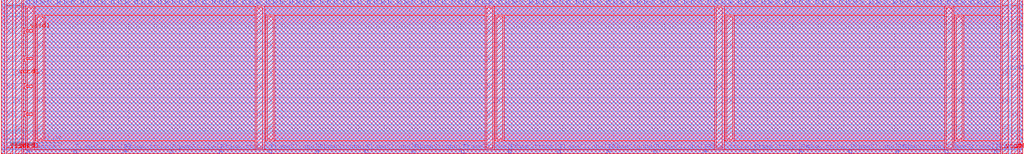
<source format=lef>
##
## LEF for PtnCells ;
## created by Innovus v19.11-s128_1 on Tue Nov 23 23:09:12 2021
##

VERSION 5.7 ;

BUSBITCHARS "[]" ;
DIVIDERCHAR "/" ;

MACRO S_term_single
  CLASS BLOCK ;
  SIZE 200.100000 BY 30.260000 ;
  FOREIGN S_term_single 0.000000 0.000000 ;
  ORIGIN 0 0 ;
  SYMMETRY X Y R90 ;
  PIN N1BEG[3]
    DIRECTION OUTPUT ;
    USE SIGNAL ;
    ANTENNAPARTIALMETALAREA 0.9163 LAYER met2  ;
    ANTENNAPARTIALMETALSIDEAREA 4.4205 LAYER met2  ;
    ANTENNAPARTIALCUTAREA 0.04 LAYER via2  ;
    ANTENNADIFFAREA 1.782 LAYER met3  ;
    ANTENNAPARTIALMETALAREA 6.6048 LAYER met3  ;
    ANTENNAPARTIALMETALSIDEAREA 35.696 LAYER met3  ;
    PORT
      LAYER met2 ;
        RECT 9.240000 29.560000 9.620000 30.260000 ;
    END
  END N1BEG[3]
  PIN N1BEG[2]
    DIRECTION OUTPUT ;
    USE SIGNAL ;
    ANTENNAPARTIALMETALAREA 1.0871 LAYER met2  ;
    ANTENNAPARTIALMETALSIDEAREA 5.2745 LAYER met2  ;
    ANTENNAPARTIALCUTAREA 0.04 LAYER via2  ;
    ANTENNADIFFAREA 1.782 LAYER met3  ;
    ANTENNAPARTIALMETALAREA 9.8688 LAYER met3  ;
    ANTENNAPARTIALMETALSIDEAREA 53.104 LAYER met3  ;
    PORT
      LAYER met2 ;
        RECT 7.860000 29.560000 8.240000 30.260000 ;
    END
  END N1BEG[2]
  PIN N1BEG[1]
    DIRECTION OUTPUT ;
    USE SIGNAL ;
    ANTENNADIFFAREA 1.782 LAYER met2  ;
    ANTENNAPARTIALMETALAREA 1.0338 LAYER met2  ;
    ANTENNAPARTIALMETALSIDEAREA 5.061 LAYER met2  ;
    PORT
      LAYER met2 ;
        RECT 6.480000 29.560000 6.860000 30.260000 ;
    END
  END N1BEG[1]
  PIN N1BEG[0]
    DIRECTION OUTPUT ;
    USE SIGNAL ;
    ANTENNADIFFAREA 1.782 LAYER met2  ;
    ANTENNAPARTIALMETALAREA 1.1078 LAYER met2  ;
    ANTENNAPARTIALMETALSIDEAREA 5.313 LAYER met2  ;
    PORT
      LAYER met2 ;
        RECT 5.100000 29.560000 5.480000 30.260000 ;
    END
  END N1BEG[0]
  PIN N2BEG[7]
    DIRECTION OUTPUT ;
    USE SIGNAL ;
    ANTENNADIFFAREA 1.782 LAYER met2  ;
    ANTENNAPARTIALMETALAREA 2.1762 LAYER met2  ;
    ANTENNAPARTIALMETALSIDEAREA 10.773 LAYER met2  ;
    PORT
      LAYER met2 ;
        RECT 21.660000 29.560000 22.040000 30.260000 ;
    END
  END N2BEG[7]
  PIN N2BEG[6]
    DIRECTION OUTPUT ;
    USE SIGNAL ;
    ANTENNADIFFAREA 1.782 LAYER met2  ;
    ANTENNAPARTIALMETALAREA 0.9386 LAYER met2  ;
    ANTENNAPARTIALMETALSIDEAREA 4.585 LAYER met2  ;
    PORT
      LAYER met2 ;
        RECT 19.820000 29.560000 20.200000 30.260000 ;
    END
  END N2BEG[6]
  PIN N2BEG[5]
    DIRECTION OUTPUT ;
    USE SIGNAL ;
    ANTENNADIFFAREA 1.782 LAYER met2  ;
    ANTENNAPARTIALMETALAREA 1.0072 LAYER met2  ;
    ANTENNAPARTIALMETALSIDEAREA 4.928 LAYER met2  ;
    PORT
      LAYER met2 ;
        RECT 18.440000 29.560000 18.820000 30.260000 ;
    END
  END N2BEG[5]
  PIN N2BEG[4]
    DIRECTION OUTPUT ;
    USE SIGNAL ;
    ANTENNADIFFAREA 1.782 LAYER met2  ;
    ANTENNAPARTIALMETALAREA 1.1554 LAYER met2  ;
    ANTENNAPARTIALMETALSIDEAREA 5.551 LAYER met2  ;
    PORT
      LAYER met2 ;
        RECT 17.060000 29.560000 17.440000 30.260000 ;
    END
  END N2BEG[4]
  PIN N2BEG[3]
    DIRECTION OUTPUT ;
    USE SIGNAL ;
    ANTENNADIFFAREA 1.782 LAYER met2  ;
    ANTENNAPARTIALMETALAREA 1.843 LAYER met2  ;
    ANTENNAPARTIALMETALSIDEAREA 9.107 LAYER met2  ;
    PORT
      LAYER met2 ;
        RECT 15.680000 29.560000 16.060000 30.260000 ;
    END
  END N2BEG[3]
  PIN N2BEG[2]
    DIRECTION OUTPUT ;
    USE SIGNAL ;
    ANTENNADIFFAREA 1.782 LAYER met2  ;
    ANTENNAPARTIALMETALAREA 1.2718 LAYER met2  ;
    ANTENNAPARTIALMETALSIDEAREA 6.251 LAYER met2  ;
    PORT
      LAYER met2 ;
        RECT 13.840000 29.560000 14.220000 30.260000 ;
    END
  END N2BEG[2]
  PIN N2BEG[1]
    DIRECTION OUTPUT ;
    USE SIGNAL ;
    ANTENNADIFFAREA 1.782 LAYER met2  ;
    ANTENNAPARTIALMETALAREA 0.8222 LAYER met2  ;
    ANTENNAPARTIALMETALSIDEAREA 3.885 LAYER met2  ;
    PORT
      LAYER met2 ;
        RECT 12.460000 29.560000 12.840000 30.260000 ;
    END
  END N2BEG[1]
  PIN N2BEG[0]
    DIRECTION OUTPUT ;
    USE SIGNAL ;
    ANTENNADIFFAREA 1.782 LAYER met2  ;
    ANTENNAPARTIALMETALAREA 1.4146 LAYER met2  ;
    ANTENNAPARTIALMETALSIDEAREA 6.965 LAYER met2  ;
    PORT
      LAYER met2 ;
        RECT 11.080000 29.560000 11.460000 30.260000 ;
    END
  END N2BEG[0]
  PIN N2BEGb[7]
    DIRECTION OUTPUT ;
    USE SIGNAL ;
    ANTENNADIFFAREA 1.782 LAYER met2  ;
    ANTENNAPARTIALMETALAREA 2.4406 LAYER met2  ;
    ANTENNAPARTIALMETALSIDEAREA 11.977 LAYER met2  ;
    PORT
      LAYER met2 ;
        RECT 33.620000 29.560000 34.000000 30.260000 ;
    END
  END N2BEGb[7]
  PIN N2BEGb[6]
    DIRECTION OUTPUT ;
    USE SIGNAL ;
    ANTENNAPARTIALMETALAREA 1.0739 LAYER met2  ;
    ANTENNAPARTIALMETALSIDEAREA 5.0155 LAYER met2  ;
    ANTENNAPARTIALCUTAREA 0.04 LAYER via2  ;
    ANTENNADIFFAREA 1.782 LAYER met3  ;
    ANTENNAPARTIALMETALAREA 12.0768 LAYER met3  ;
    ANTENNAPARTIALMETALSIDEAREA 64.88 LAYER met3  ;
    PORT
      LAYER met2 ;
        RECT 32.240000 29.560000 32.620000 30.260000 ;
    END
  END N2BEGb[6]
  PIN N2BEGb[5]
    DIRECTION OUTPUT ;
    USE SIGNAL ;
    ANTENNADIFFAREA 1.782 LAYER met2  ;
    ANTENNAPARTIALMETALAREA 1.1764 LAYER met2  ;
    ANTENNAPARTIALMETALSIDEAREA 5.656 LAYER met2  ;
    PORT
      LAYER met2 ;
        RECT 30.860000 29.560000 31.240000 30.260000 ;
    END
  END N2BEGb[5]
  PIN N2BEGb[4]
    DIRECTION OUTPUT ;
    USE SIGNAL ;
    ANTENNADIFFAREA 1.782 LAYER met2  ;
    ANTENNAPARTIALMETALAREA 1.3362 LAYER met2  ;
    ANTENNAPARTIALMETALSIDEAREA 6.573 LAYER met2  ;
    PORT
      LAYER met2 ;
        RECT 29.020000 29.560000 29.400000 30.260000 ;
    END
  END N2BEGb[4]
  PIN N2BEGb[3]
    DIRECTION OUTPUT ;
    USE SIGNAL ;
    ANTENNADIFFAREA 1.782 LAYER met2  ;
    ANTENNAPARTIALMETALAREA 1.1626 LAYER met2  ;
    ANTENNAPARTIALMETALSIDEAREA 5.705 LAYER met2  ;
    PORT
      LAYER met2 ;
        RECT 27.640000 29.560000 28.020000 30.260000 ;
    END
  END N2BEGb[3]
  PIN N2BEGb[2]
    DIRECTION OUTPUT ;
    USE SIGNAL ;
    ANTENNADIFFAREA 1.782 LAYER met2  ;
    ANTENNAPARTIALMETALAREA 1.1288 LAYER met2  ;
    ANTENNAPARTIALMETALSIDEAREA 5.418 LAYER met2  ;
    PORT
      LAYER met2 ;
        RECT 26.260000 29.560000 26.640000 30.260000 ;
    END
  END N2BEGb[2]
  PIN N2BEGb[1]
    DIRECTION OUTPUT ;
    USE SIGNAL ;
    ANTENNADIFFAREA 1.782 LAYER met2  ;
    ANTENNAPARTIALMETALAREA 1.2366 LAYER met2  ;
    ANTENNAPARTIALMETALSIDEAREA 5.957 LAYER met2  ;
    PORT
      LAYER met2 ;
        RECT 24.420000 29.560000 24.800000 30.260000 ;
    END
  END N2BEGb[1]
  PIN N2BEGb[0]
    DIRECTION OUTPUT ;
    USE SIGNAL ;
    ANTENNADIFFAREA 1.782 LAYER met2  ;
    ANTENNAPARTIALMETALAREA 1.5098 LAYER met2  ;
    ANTENNAPARTIALMETALSIDEAREA 7.441 LAYER met2  ;
    PORT
      LAYER met2 ;
        RECT 23.040000 29.560000 23.420000 30.260000 ;
    END
  END N2BEGb[0]
  PIN N4BEG[15]
    DIRECTION OUTPUT ;
    USE SIGNAL ;
    ANTENNADIFFAREA 1.782 LAYER met2  ;
    ANTENNAPARTIALMETALAREA 2.5358 LAYER met2  ;
    ANTENNAPARTIALMETALSIDEAREA 12.453 LAYER met2  ;
    PORT
      LAYER met2 ;
        RECT 58.000000 29.560000 58.380000 30.260000 ;
    END
  END N4BEG[15]
  PIN N4BEG[14]
    DIRECTION OUTPUT ;
    USE SIGNAL ;
    ANTENNADIFFAREA 1.782 LAYER met2  ;
    ANTENNAPARTIALMETALAREA 1.6174 LAYER met2  ;
    ANTENNAPARTIALMETALSIDEAREA 7.861 LAYER met2  ;
    PORT
      LAYER met2 ;
        RECT 56.620000 29.560000 57.000000 30.260000 ;
    END
  END N4BEG[14]
  PIN N4BEG[13]
    DIRECTION OUTPUT ;
    USE SIGNAL ;
    ANTENNADIFFAREA 1.782 LAYER met2  ;
    ANTENNAPARTIALMETALAREA 2.5906 LAYER met2  ;
    ANTENNAPARTIALMETALSIDEAREA 12.845 LAYER met2  ;
    PORT
      LAYER met2 ;
        RECT 54.780000 29.560000 55.160000 30.260000 ;
    END
  END N4BEG[13]
  PIN N4BEG[12]
    DIRECTION OUTPUT ;
    USE SIGNAL ;
    ANTENNADIFFAREA 1.782 LAYER met2  ;
    ANTENNAPARTIALMETALAREA 1.1554 LAYER met2  ;
    ANTENNAPARTIALMETALSIDEAREA 5.551 LAYER met2  ;
    PORT
      LAYER met2 ;
        RECT 53.400000 29.560000 53.780000 30.260000 ;
    END
  END N4BEG[12]
  PIN N4BEG[11]
    DIRECTION OUTPUT ;
    USE SIGNAL ;
    ANTENNAPARTIALMETALAREA 0.1862 LAYER met2  ;
    ANTENNAPARTIALMETALSIDEAREA 0.77 LAYER met2  ;
    ANTENNAPARTIALCUTAREA 0.04 LAYER via2  ;
    ANTENNADIFFAREA 1.782 LAYER met3  ;
    ANTENNAPARTIALMETALAREA 6.0528 LAYER met3  ;
    ANTENNAPARTIALMETALSIDEAREA 32.752 LAYER met3  ;
    PORT
      LAYER met2 ;
        RECT 52.020000 29.560000 52.400000 30.260000 ;
    END
  END N4BEG[11]
  PIN N4BEG[10]
    DIRECTION OUTPUT ;
    USE SIGNAL ;
    ANTENNADIFFAREA 1.782 LAYER met2  ;
    ANTENNAPARTIALMETALAREA 1.6174 LAYER met2  ;
    ANTENNAPARTIALMETALSIDEAREA 7.861 LAYER met2  ;
    PORT
      LAYER met2 ;
        RECT 50.180000 29.560000 50.560000 30.260000 ;
    END
  END N4BEG[10]
  PIN N4BEG[9]
    DIRECTION OUTPUT ;
    USE SIGNAL ;
    ANTENNADIFFAREA 1.782 LAYER met2  ;
    ANTENNAPARTIALMETALAREA 1.6526 LAYER met2  ;
    ANTENNAPARTIALMETALSIDEAREA 8.155 LAYER met2  ;
    PORT
      LAYER met2 ;
        RECT 48.800000 29.560000 49.180000 30.260000 ;
    END
  END N4BEG[9]
  PIN N4BEG[8]
    DIRECTION OUTPUT ;
    USE SIGNAL ;
    ANTENNAPARTIALMETALAREA 3.8953 LAYER met2  ;
    ANTENNAPARTIALMETALSIDEAREA 19.1975 LAYER met2  ;
    ANTENNAPARTIALCUTAREA 0.04 LAYER via2  ;
    ANTENNADIFFAREA 1.782 LAYER met3  ;
    ANTENNAPARTIALMETALAREA 6.3738 LAYER met3  ;
    ANTENNAPARTIALMETALSIDEAREA 34.464 LAYER met3  ;
    PORT
      LAYER met2 ;
        RECT 47.420000 29.560000 47.800000 30.260000 ;
    END
  END N4BEG[8]
  PIN N4BEG[7]
    DIRECTION OUTPUT ;
    USE SIGNAL ;
    ANTENNADIFFAREA 1.782 LAYER met2  ;
    ANTENNAPARTIALMETALAREA 2.2714 LAYER met2  ;
    ANTENNAPARTIALMETALSIDEAREA 11.249 LAYER met2  ;
    PORT
      LAYER met2 ;
        RECT 45.580000 29.560000 45.960000 30.260000 ;
    END
  END N4BEG[7]
  PIN N4BEG[6]
    DIRECTION OUTPUT ;
    USE SIGNAL ;
    ANTENNADIFFAREA 1.782 LAYER met2  ;
    ANTENNAPARTIALMETALAREA 1.8694 LAYER met2  ;
    ANTENNAPARTIALMETALSIDEAREA 9.121 LAYER met2  ;
    PORT
      LAYER met2 ;
        RECT 44.200000 29.560000 44.580000 30.260000 ;
    END
  END N4BEG[6]
  PIN N4BEG[5]
    DIRECTION OUTPUT ;
    USE SIGNAL ;
    ANTENNADIFFAREA 1.782 LAYER met2  ;
    ANTENNAPARTIALMETALAREA 1.3458 LAYER met2  ;
    ANTENNAPARTIALMETALSIDEAREA 6.503 LAYER met2  ;
    PORT
      LAYER met2 ;
        RECT 42.820000 29.560000 43.200000 30.260000 ;
    END
  END N4BEG[5]
  PIN N4BEG[4]
    DIRECTION OUTPUT ;
    USE SIGNAL ;
    ANTENNADIFFAREA 1.782 LAYER met2  ;
    ANTENNAPARTIALMETALAREA 1.1078 LAYER met2  ;
    ANTENNAPARTIALMETALSIDEAREA 5.313 LAYER met2  ;
    PORT
      LAYER met2 ;
        RECT 41.440000 29.560000 41.820000 30.260000 ;
    END
  END N4BEG[4]
  PIN N4BEG[3]
    DIRECTION OUTPUT ;
    USE SIGNAL ;
    ANTENNADIFFAREA 1.782 LAYER met2  ;
    ANTENNAPARTIALMETALAREA 2.2054 LAYER met2  ;
    ANTENNAPARTIALMETALSIDEAREA 10.801 LAYER met2  ;
    PORT
      LAYER met2 ;
        RECT 39.600000 29.560000 39.980000 30.260000 ;
    END
  END N4BEG[3]
  PIN N4BEG[2]
    DIRECTION OUTPUT ;
    USE SIGNAL ;
    ANTENNADIFFAREA 1.782 LAYER met2  ;
    ANTENNAPARTIALMETALAREA 1.1764 LAYER met2  ;
    ANTENNAPARTIALMETALSIDEAREA 5.656 LAYER met2  ;
    PORT
      LAYER met2 ;
        RECT 38.220000 29.560000 38.600000 30.260000 ;
    END
  END N4BEG[2]
  PIN N4BEG[1]
    DIRECTION OUTPUT ;
    USE SIGNAL ;
    ANTENNAPARTIALMETALAREA 1.4077 LAYER met2  ;
    ANTENNAPARTIALMETALSIDEAREA 6.8775 LAYER met2  ;
    ANTENNAPARTIALCUTAREA 0.04 LAYER via2  ;
    ANTENNADIFFAREA 1.782 LAYER met3  ;
    ANTENNAPARTIALMETALAREA 30.8868 LAYER met3  ;
    ANTENNAPARTIALMETALSIDEAREA 165.2 LAYER met3  ;
    PORT
      LAYER met2 ;
        RECT 36.840000 29.560000 37.220000 30.260000 ;
    END
  END N4BEG[1]
  PIN N4BEG[0]
    DIRECTION OUTPUT ;
    USE SIGNAL ;
    ANTENNAPARTIALMETALAREA 0.8309 LAYER met2  ;
    ANTENNAPARTIALMETALSIDEAREA 3.9935 LAYER met2  ;
    ANTENNAPARTIALCUTAREA 0.04 LAYER via2  ;
    ANTENNADIFFAREA 1.782 LAYER met3  ;
    ANTENNAPARTIALMETALAREA 15.5076 LAYER met3  ;
    ANTENNAPARTIALMETALSIDEAREA 83.648 LAYER met3  ;
    PORT
      LAYER met2 ;
        RECT 35.000000 29.560000 35.380000 30.260000 ;
    END
  END N4BEG[0]
  PIN NN4BEG[15]
    DIRECTION OUTPUT ;
    USE SIGNAL ;
    ANTENNADIFFAREA 1.782 LAYER met2  ;
    ANTENNAPARTIALMETALAREA 0.727 LAYER met2  ;
    ANTENNAPARTIALMETALSIDEAREA 3.409 LAYER met2  ;
    PORT
      LAYER met2 ;
        RECT 82.380000 29.560000 82.760000 30.260000 ;
    END
  END NN4BEG[15]
  PIN NN4BEG[14]
    DIRECTION OUTPUT ;
    USE SIGNAL ;
    ANTENNADIFFAREA 1.782 LAYER met2  ;
    ANTENNAPARTIALMETALAREA 1.3222 LAYER met2  ;
    ANTENNAPARTIALMETALSIDEAREA 6.503 LAYER met2  ;
    PORT
      LAYER met2 ;
        RECT 80.540000 29.560000 80.920000 30.260000 ;
    END
  END NN4BEG[14]
  PIN NN4BEG[13]
    DIRECTION OUTPUT ;
    USE SIGNAL ;
    ANTENNADIFFAREA 1.782 LAYER met2  ;
    ANTENNAPARTIALMETALAREA 2.0334 LAYER met2  ;
    ANTENNAPARTIALMETALSIDEAREA 10.059 LAYER met2  ;
    PORT
      LAYER met2 ;
        RECT 79.160000 29.560000 79.540000 30.260000 ;
    END
  END NN4BEG[13]
  PIN NN4BEG[12]
    DIRECTION OUTPUT ;
    USE SIGNAL ;
    ANTENNADIFFAREA 1.782 LAYER met2  ;
    ANTENNAPARTIALMETALAREA 1.5098 LAYER met2  ;
    ANTENNAPARTIALMETALSIDEAREA 7.441 LAYER met2  ;
    PORT
      LAYER met2 ;
        RECT 77.780000 29.560000 78.160000 30.260000 ;
    END
  END NN4BEG[12]
  PIN NN4BEG[11]
    DIRECTION OUTPUT ;
    USE SIGNAL ;
    ANTENNADIFFAREA 1.782 LAYER met2  ;
    ANTENNAPARTIALMETALAREA 2.855 LAYER met2  ;
    ANTENNAPARTIALMETALSIDEAREA 14.049 LAYER met2  ;
    PORT
      LAYER met2 ;
        RECT 75.940000 29.560000 76.320000 30.260000 ;
    END
  END NN4BEG[11]
  PIN NN4BEG[10]
    DIRECTION OUTPUT ;
    USE SIGNAL ;
    ANTENNAPARTIALCUTAREA 0.04 LAYER via2  ;
    ANTENNADIFFAREA 1.782 LAYER met3  ;
    ANTENNAPARTIALMETALAREA 11.3208 LAYER met3  ;
    ANTENNAPARTIALMETALSIDEAREA 60.848 LAYER met3  ;
    PORT
      LAYER met2 ;
        RECT 74.560000 29.560000 74.940000 30.260000 ;
    END
  END NN4BEG[10]
  PIN NN4BEG[9]
    DIRECTION OUTPUT ;
    USE SIGNAL ;
    ANTENNADIFFAREA 1.782 LAYER met2  ;
    ANTENNAPARTIALMETALAREA 1.5096 LAYER met2  ;
    ANTENNAPARTIALMETALSIDEAREA 7.322 LAYER met2  ;
    PORT
      LAYER met2 ;
        RECT 73.180000 29.560000 73.560000 30.260000 ;
    END
  END NN4BEG[9]
  PIN NN4BEG[8]
    DIRECTION OUTPUT ;
    USE SIGNAL ;
    ANTENNAPARTIALMETALAREA 1.2655 LAYER met2  ;
    ANTENNAPARTIALMETALSIDEAREA 6.1565 LAYER met2  ;
    ANTENNAPARTIALCUTAREA 0.04 LAYER via2  ;
    ANTENNADIFFAREA 1.782 LAYER met3  ;
    ANTENNAPARTIALMETALAREA 19.3908 LAYER met3  ;
    ANTENNAPARTIALMETALSIDEAREA 103.888 LAYER met3  ;
    PORT
      LAYER met2 ;
        RECT 71.800000 29.560000 72.180000 30.260000 ;
    END
  END NN4BEG[8]
  PIN NN4BEG[7]
    DIRECTION OUTPUT ;
    USE SIGNAL ;
    ANTENNADIFFAREA 1.782 LAYER met2  ;
    ANTENNAPARTIALMETALAREA 1.5838 LAYER met2  ;
    ANTENNAPARTIALMETALSIDEAREA 7.693 LAYER met2  ;
    PORT
      LAYER met2 ;
        RECT 69.960000 29.560000 70.340000 30.260000 ;
    END
  END NN4BEG[7]
  PIN NN4BEG[6]
    DIRECTION OUTPUT ;
    USE SIGNAL ;
    ANTENNAPARTIALMETALAREA 0.8671 LAYER met2  ;
    ANTENNAPARTIALMETALSIDEAREA 4.0565 LAYER met2  ;
    ANTENNAPARTIALCUTAREA 0.04 LAYER via2  ;
    ANTENNADIFFAREA 1.782 LAYER met3  ;
    ANTENNAPARTIALMETALAREA 8.3316 LAYER met3  ;
    ANTENNAPARTIALMETALSIDEAREA 45.376 LAYER met3  ;
    PORT
      LAYER met2 ;
        RECT 68.580000 29.560000 68.960000 30.260000 ;
    END
  END NN4BEG[6]
  PIN NN4BEG[5]
    DIRECTION OUTPUT ;
    USE SIGNAL ;
    ANTENNAPARTIALMETALAREA 3.2865 LAYER met2  ;
    ANTENNAPARTIALMETALSIDEAREA 16.2715 LAYER met2  ;
    ANTENNAPARTIALCUTAREA 0.04 LAYER via2  ;
    ANTENNADIFFAREA 1.782 LAYER met3  ;
    ANTENNAPARTIALMETALAREA 21.7368 LAYER met3  ;
    ANTENNAPARTIALMETALSIDEAREA 116.4 LAYER met3  ;
    PORT
      LAYER met2 ;
        RECT 67.200000 29.560000 67.580000 30.260000 ;
    END
  END NN4BEG[5]
  PIN NN4BEG[4]
    DIRECTION OUTPUT ;
    USE SIGNAL ;
    ANTENNADIFFAREA 1.782 LAYER met2  ;
    ANTENNAPARTIALMETALAREA 3.5998 LAYER met2  ;
    ANTENNAPARTIALMETALSIDEAREA 17.773 LAYER met2  ;
    PORT
      LAYER met2 ;
        RECT 65.360000 29.560000 65.740000 30.260000 ;
    END
  END NN4BEG[4]
  PIN NN4BEG[3]
    DIRECTION OUTPUT ;
    USE SIGNAL ;
    ANTENNAPARTIALMETALAREA 2.1119 LAYER met2  ;
    ANTENNAPARTIALMETALSIDEAREA 10.3985 LAYER met2  ;
    ANTENNAPARTIALCUTAREA 0.04 LAYER via2  ;
    ANTENNADIFFAREA 1.782 LAYER met3  ;
    ANTENNAPARTIALMETALAREA 20.4948 LAYER met3  ;
    ANTENNAPARTIALMETALSIDEAREA 109.776 LAYER met3  ;
    PORT
      LAYER met2 ;
        RECT 63.980000 29.560000 64.360000 30.260000 ;
    END
  END NN4BEG[3]
  PIN NN4BEG[2]
    DIRECTION OUTPUT ;
    USE SIGNAL ;
    ANTENNAPARTIALMETALAREA 2.8385 LAYER met2  ;
    ANTENNAPARTIALMETALSIDEAREA 14.0315 LAYER met2  ;
    ANTENNAPARTIALCUTAREA 0.04 LAYER via2  ;
    ANTENNADIFFAREA 1.782 LAYER met3  ;
    ANTENNAPARTIALMETALAREA 30.1938 LAYER met3  ;
    ANTENNAPARTIALMETALSIDEAREA 161.504 LAYER met3  ;
    PORT
      LAYER met2 ;
        RECT 62.600000 29.560000 62.980000 30.260000 ;
    END
  END NN4BEG[2]
  PIN NN4BEG[1]
    DIRECTION OUTPUT ;
    USE SIGNAL ;
    ANTENNAPARTIALMETALAREA 1.9411 LAYER met2  ;
    ANTENNAPARTIALMETALSIDEAREA 9.5445 LAYER met2  ;
    ANTENNAPARTIALCUTAREA 0.04 LAYER via2  ;
    ANTENNADIFFAREA 1.782 LAYER met3  ;
    ANTENNAPARTIALMETALAREA 10.6068 LAYER met3  ;
    ANTENNAPARTIALMETALSIDEAREA 57.04 LAYER met3  ;
    PORT
      LAYER met2 ;
        RECT 60.760000 29.560000 61.140000 30.260000 ;
    END
  END NN4BEG[1]
  PIN NN4BEG[0]
    DIRECTION OUTPUT ;
    USE SIGNAL ;
    ANTENNADIFFAREA 1.782 LAYER met2  ;
    ANTENNAPARTIALMETALAREA 3.4878 LAYER met2  ;
    ANTENNAPARTIALMETALSIDEAREA 17.213 LAYER met2  ;
    PORT
      LAYER met2 ;
        RECT 59.380000 29.560000 59.760000 30.260000 ;
    END
  END NN4BEG[0]
  PIN Co
    DIRECTION OUTPUT ;
    USE SIGNAL ;
    ANTENNADIFFAREA 1.782 LAYER met2  ;
    ANTENNAPARTIALMETALAREA 1.0072 LAYER met2  ;
    ANTENNAPARTIALMETALSIDEAREA 4.928 LAYER met2  ;
    PORT
      LAYER met2 ;
        RECT 164.260000 29.560000 164.640000 30.260000 ;
    END
  END Co
  PIN S1END[3]
    DIRECTION INPUT ;
    USE SIGNAL ;
    ANTENNAPARTIALMETALAREA 1.1078 LAYER met2  ;
    ANTENNAPARTIALMETALSIDEAREA 5.313 LAYER met2  ;
    ANTENNAMODEL OXIDE1 ;
    ANTENNAGATEAREA 0.7425 LAYER met2  ;
    ANTENNAMAXAREACAR 2.01939 LAYER met2  ;
    ANTENNAMAXSIDEAREACAR 8.5569 LAYER met2  ;
    ANTENNAMAXCUTCAR 0.0692256 LAYER via2  ;
    PORT
      LAYER met2 ;
        RECT 88.360000 29.560000 88.740000 30.260000 ;
    END
  END S1END[3]
  PIN S1END[2]
    DIRECTION INPUT ;
    USE SIGNAL ;
    ANTENNAPARTIALMETALAREA 1.7703 LAYER met2  ;
    ANTENNAPARTIALMETALSIDEAREA 8.6905 LAYER met2  ;
    ANTENNAPARTIALCUTAREA 0.04 LAYER via2  ;
    ANTENNAPARTIALMETALAREA 20.7708 LAYER met3  ;
    ANTENNAPARTIALMETALSIDEAREA 111.248 LAYER met3  ;
    ANTENNAMODEL OXIDE1 ;
    ANTENNAGATEAREA 0.7425 LAYER met3  ;
    ANTENNAMAXAREACAR 29.7213 LAYER met3  ;
    ANTENNAMAXSIDEAREACAR 157.099 LAYER met3  ;
    ANTENNAMAXCUTCAR 0.123098 LAYER via3  ;
    PORT
      LAYER met2 ;
        RECT 86.520000 29.560000 86.900000 30.260000 ;
    END
  END S1END[2]
  PIN S1END[1]
    DIRECTION INPUT ;
    USE SIGNAL ;
    ANTENNAPARTIALMETALAREA 1.3838 LAYER met2  ;
    ANTENNAPARTIALMETALSIDEAREA 6.811 LAYER met2  ;
    ANTENNAMODEL OXIDE1 ;
    ANTENNAGATEAREA 0.7425 LAYER met2  ;
    ANTENNAMAXAREACAR 10.4759 LAYER met2  ;
    ANTENNAMAXSIDEAREACAR 50.0047 LAYER met2  ;
    ANTENNAMAXCUTCAR 0.0692256 LAYER via2  ;
    PORT
      LAYER met2 ;
        RECT 85.140000 29.560000 85.520000 30.260000 ;
    END
  END S1END[1]
  PIN S1END[0]
    DIRECTION INPUT ;
    USE SIGNAL ;
    ANTENNAPARTIALMETALAREA 1.1212 LAYER met2  ;
    ANTENNAPARTIALMETALSIDEAREA 5.488 LAYER met2  ;
    ANTENNAMODEL OXIDE1 ;
    ANTENNAGATEAREA 0.7425 LAYER met2  ;
    ANTENNAMAXAREACAR 2.12418 LAYER met2  ;
    ANTENNAMAXSIDEAREACAR 9.22626 LAYER met2  ;
    ANTENNAMAXCUTCAR 0.0692256 LAYER via2  ;
    PORT
      LAYER met2 ;
        RECT 83.760000 29.560000 84.140000 30.260000 ;
    END
  END S1END[0]
  PIN S2MID[7]
    DIRECTION INPUT ;
    USE SIGNAL ;
    ANTENNAPARTIALMETALAREA 1.5141 LAYER met2  ;
    ANTENNAPARTIALMETALSIDEAREA 7.4095 LAYER met2  ;
    ANTENNAPARTIALCUTAREA 0.04 LAYER via2  ;
    ANTENNAPARTIALMETALAREA 13.5018 LAYER met3  ;
    ANTENNAPARTIALMETALSIDEAREA 72.48 LAYER met3  ;
    ANTENNAMODEL OXIDE1 ;
    ANTENNAGATEAREA 0.7425 LAYER met3  ;
    ANTENNAMAXAREACAR 19.1829 LAYER met3  ;
    ANTENNAMAXSIDEAREACAR 101.143 LAYER met3  ;
    ANTENNAMAXCUTCAR 0.123098 LAYER via3  ;
    PORT
      LAYER met2 ;
        RECT 112.740000 29.560000 113.120000 30.260000 ;
    END
  END S2MID[7]
  PIN S2MID[6]
    DIRECTION INPUT ;
    USE SIGNAL ;
    ANTENNAPARTIALMETALAREA 1.0602 LAYER met2  ;
    ANTENNAPARTIALMETALSIDEAREA 5.075 LAYER met2  ;
    ANTENNAMODEL OXIDE1 ;
    ANTENNAGATEAREA 0.7425 LAYER met2  ;
    ANTENNAMAXAREACAR 2.02505 LAYER met2  ;
    ANTENNAMAXSIDEAREACAR 8.58519 LAYER met2  ;
    ANTENNAMAXCUTCAR 0.0692256 LAYER via2  ;
    PORT
      LAYER met2 ;
        RECT 110.900000 29.560000 111.280000 30.260000 ;
    END
  END S2MID[6]
  PIN S2MID[5]
    DIRECTION INPUT ;
    USE SIGNAL ;
    ANTENNAPARTIALMETALAREA 4.4398 LAYER met2  ;
    ANTENNAPARTIALMETALSIDEAREA 21.973 LAYER met2  ;
    ANTENNAMODEL OXIDE1 ;
    ANTENNAGATEAREA 0.7425 LAYER met2  ;
    ANTENNAMAXAREACAR 6.62175 LAYER met2  ;
    ANTENNAMAXSIDEAREACAR 30.9636 LAYER met2  ;
    ANTENNAMAXCUTCAR 0.0692256 LAYER via2  ;
    PORT
      LAYER met2 ;
        RECT 109.520000 29.560000 109.900000 30.260000 ;
    END
  END S2MID[5]
  PIN S2MID[4]
    DIRECTION INPUT ;
    USE SIGNAL ;
    ANTENNAPARTIALMETALAREA 2.2827 LAYER met2  ;
    ANTENNAPARTIALMETALSIDEAREA 11.2525 LAYER met2  ;
    ANTENNAPARTIALCUTAREA 0.04 LAYER via2  ;
    ANTENNAPARTIALMETALAREA 9.5928 LAYER met3  ;
    ANTENNAPARTIALMETALSIDEAREA 51.632 LAYER met3  ;
    ANTENNAMODEL OXIDE1 ;
    ANTENNAGATEAREA 0.7425 LAYER met3  ;
    ANTENNAMAXAREACAR 16.0378 LAYER met3  ;
    ANTENNAMAXSIDEAREACAR 82.3717 LAYER met3  ;
    ANTENNAMAXCUTCAR 0.123098 LAYER via3  ;
    PORT
      LAYER met2 ;
        RECT 108.140000 29.560000 108.520000 30.260000 ;
    END
  END S2MID[4]
  PIN S2MID[3]
    DIRECTION INPUT ;
    USE SIGNAL ;
    ANTENNAPARTIALMETALAREA 1.2941 LAYER met2  ;
    ANTENNAPARTIALMETALSIDEAREA 6.1915 LAYER met2  ;
    ANTENNAPARTIALCUTAREA 0.04 LAYER via2  ;
    ANTENNAPARTIALMETALAREA 10.6068 LAYER met3  ;
    ANTENNAPARTIALMETALSIDEAREA 57.04 LAYER met3  ;
    ANTENNAMODEL OXIDE1 ;
    ANTENNAGATEAREA 0.7425 LAYER met3  ;
    ANTENNAMAXAREACAR 16.962 LAYER met3  ;
    ANTENNAMAXSIDEAREACAR 88.7394 LAYER met3  ;
    ANTENNAMAXCUTCAR 0.123098 LAYER via3  ;
    PORT
      LAYER met2 ;
        RECT 106.300000 29.560000 106.680000 30.260000 ;
    END
  END S2MID[3]
  PIN S2MID[2]
    DIRECTION INPUT ;
    USE SIGNAL ;
    ANTENNAPARTIALMETALAREA 5.7586 LAYER met2  ;
    ANTENNAPARTIALMETALSIDEAREA 28.567 LAYER met2  ;
    ANTENNAMODEL OXIDE1 ;
    ANTENNAGATEAREA 0.7425 LAYER met2  ;
    ANTENNAMAXAREACAR 8.21589 LAYER met2  ;
    ANTENNAMAXSIDEAREACAR 39.6303 LAYER met2  ;
    ANTENNAMAXCUTCAR 0.0692256 LAYER via2  ;
    PORT
      LAYER met2 ;
        RECT 104.920000 29.560000 105.300000 30.260000 ;
    END
  END S2MID[2]
  PIN S2MID[1]
    DIRECTION INPUT ;
    USE SIGNAL ;
    ANTENNAPARTIALMETALAREA 2.9659 LAYER met2  ;
    ANTENNAPARTIALMETALSIDEAREA 14.6685 LAYER met2  ;
    ANTENNAPARTIALCUTAREA 0.04 LAYER via2  ;
    ANTENNAPARTIALMETALAREA 19.2048 LAYER met3  ;
    ANTENNAPARTIALMETALSIDEAREA 102.896 LAYER met3  ;
    ANTENNAMODEL OXIDE1 ;
    ANTENNAGATEAREA 0.7425 LAYER met3  ;
    ANTENNAMAXAREACAR 29.4827 LAYER met3  ;
    ANTENNAMAXSIDEAREACAR 155.203 LAYER met3  ;
    ANTENNAMAXCUTCAR 0.123098 LAYER via3  ;
    PORT
      LAYER met2 ;
        RECT 103.540000 29.560000 103.920000 30.260000 ;
    END
  END S2MID[1]
  PIN S2MID[0]
    DIRECTION INPUT ;
    USE SIGNAL ;
    ANTENNAPARTIALMETALAREA 2.2238 LAYER met2  ;
    ANTENNAPARTIALMETALSIDEAREA 11.011 LAYER met2  ;
    ANTENNAMODEL OXIDE1 ;
    ANTENNAGATEAREA 0.7425 LAYER met2  ;
    ANTENNAMAXAREACAR 10.9137 LAYER met2  ;
    ANTENNAMAXSIDEAREACAR 53.1872 LAYER met2  ;
    ANTENNAMAXCUTCAR 0.0692256 LAYER via2  ;
    PORT
      LAYER met2 ;
        RECT 101.700000 29.560000 102.080000 30.260000 ;
    END
  END S2MID[0]
  PIN S2END[7]
    DIRECTION INPUT ;
    USE SIGNAL ;
    ANTENNAPARTIALMETALAREA 3.0527 LAYER met2  ;
    ANTENNAPARTIALMETALSIDEAREA 15.1025 LAYER met2  ;
    ANTENNAPARTIALCUTAREA 0.04 LAYER via2  ;
    ANTENNAPARTIALMETALAREA 19.1148 LAYER met3  ;
    ANTENNAPARTIALMETALSIDEAREA 102.416 LAYER met3  ;
    ANTENNAMODEL OXIDE1 ;
    ANTENNAGATEAREA 0.7425 LAYER met3  ;
    ANTENNAMAXAREACAR 28.2999 LAYER met3  ;
    ANTENNAMAXSIDEAREACAR 149.248 LAYER met3  ;
    ANTENNAMAXCUTCAR 0.123098 LAYER via3  ;
    PORT
      LAYER met2 ;
        RECT 100.320000 29.560000 100.700000 30.260000 ;
    END
  END S2END[7]
  PIN S2END[6]
    DIRECTION INPUT ;
    USE SIGNAL ;
    ANTENNAPARTIALMETALAREA 1.2366 LAYER met2  ;
    ANTENNAPARTIALMETALSIDEAREA 5.957 LAYER met2  ;
    ANTENNAMODEL OXIDE1 ;
    ANTENNAGATEAREA 0.7425 LAYER met2  ;
    ANTENNAMAXAREACAR 2.8 LAYER met2  ;
    ANTENNAMAXSIDEAREACAR 12.4599 LAYER met2  ;
    ANTENNAMAXCUTCAR 0.0692256 LAYER via2  ;
    PORT
      LAYER met2 ;
        RECT 98.940000 29.560000 99.320000 30.260000 ;
    END
  END S2END[6]
  PIN S2END[5]
    DIRECTION INPUT ;
    USE SIGNAL ;
    ANTENNAPARTIALMETALAREA 1.1078 LAYER met2  ;
    ANTENNAPARTIALMETALSIDEAREA 5.313 LAYER met2  ;
    ANTENNAMODEL OXIDE1 ;
    ANTENNAGATEAREA 0.7425 LAYER met2  ;
    ANTENNAMAXAREACAR 1.95219 LAYER met2  ;
    ANTENNAMAXSIDEAREACAR 8.31178 LAYER met2  ;
    ANTENNAMAXCUTCAR 0.0692256 LAYER via2  ;
    PORT
      LAYER met2 ;
        RECT 97.560000 29.560000 97.940000 30.260000 ;
    END
  END S2END[5]
  PIN S2END[4]
    DIRECTION INPUT ;
    USE SIGNAL ;
    ANTENNAPARTIALMETALAREA 1.1554 LAYER met2  ;
    ANTENNAPARTIALMETALSIDEAREA 5.551 LAYER met2  ;
    ANTENNAMODEL OXIDE1 ;
    ANTENNAGATEAREA 0.7425 LAYER met2  ;
    ANTENNAMAXAREACAR 2.0163 LAYER met2  ;
    ANTENNAMAXSIDEAREACAR 8.63232 LAYER met2  ;
    ANTENNAMAXCUTCAR 0.0692256 LAYER via2  ;
    PORT
      LAYER met2 ;
        RECT 95.720000 29.560000 96.100000 30.260000 ;
    END
  END S2END[4]
  PIN S2END[3]
    DIRECTION INPUT ;
    USE SIGNAL ;
    ANTENNAPARTIALMETALAREA 1.3194 LAYER met2  ;
    ANTENNAPARTIALMETALSIDEAREA 6.489 LAYER met2  ;
    ANTENNAMODEL OXIDE1 ;
    ANTENNAGATEAREA 0.7425 LAYER met2  ;
    ANTENNAMAXAREACAR 9.13852 LAYER met2  ;
    ANTENNAMAXSIDEAREACAR 43.6155 LAYER met2  ;
    ANTENNAMAXCUTCAR 0.0692256 LAYER via2  ;
    PORT
      LAYER met2 ;
        RECT 94.340000 29.560000 94.720000 30.260000 ;
    END
  END S2END[3]
  PIN S2END[2]
    DIRECTION INPUT ;
    USE SIGNAL ;
    ANTENNAPARTIALMETALAREA 0.891 LAYER met2  ;
    ANTENNAPARTIALMETALSIDEAREA 4.347 LAYER met2  ;
    ANTENNAMODEL OXIDE1 ;
    ANTENNAGATEAREA 0.7425 LAYER met2  ;
    ANTENNAMAXAREACAR 7.62721 LAYER met2  ;
    ANTENNAMAXSIDEAREACAR 36.7549 LAYER met2  ;
    ANTENNAMAXCUTCAR 0.0692256 LAYER via2  ;
    PORT
      LAYER met2 ;
        RECT 92.960000 29.560000 93.340000 30.260000 ;
    END
  END S2END[2]
  PIN S2END[1]
    DIRECTION INPUT ;
    USE SIGNAL ;
    ANTENNAPARTIALMETALAREA 1.1212 LAYER met2  ;
    ANTENNAPARTIALMETALSIDEAREA 5.488 LAYER met2  ;
    ANTENNAMODEL OXIDE1 ;
    ANTENNAGATEAREA 0.7425 LAYER met2  ;
    ANTENNAMAXAREACAR 1.97024 LAYER met2  ;
    ANTENNAMAXSIDEAREACAR 8.54747 LAYER met2  ;
    ANTENNAMAXCUTCAR 0.0692256 LAYER via2  ;
    PORT
      LAYER met2 ;
        RECT 91.120000 29.560000 91.500000 30.260000 ;
    END
  END S2END[1]
  PIN S2END[0]
    DIRECTION INPUT ;
    USE SIGNAL ;
    ANTENNAPARTIALMETALAREA 1.9886 LAYER met2  ;
    ANTENNAPARTIALMETALSIDEAREA 9.835 LAYER met2  ;
    ANTENNAMODEL OXIDE1 ;
    ANTENNAGATEAREA 0.7425 LAYER met2  ;
    ANTENNAMAXAREACAR 9.19993 LAYER met2  ;
    ANTENNAMAXSIDEAREACAR 43.3273 LAYER met2  ;
    ANTENNAMAXCUTCAR 0.0692256 LAYER via2  ;
    PORT
      LAYER met2 ;
        RECT 89.740000 29.560000 90.120000 30.260000 ;
    END
  END S2END[0]
  PIN S4END[15]
    DIRECTION INPUT ;
    USE SIGNAL ;
    ANTENNAPARTIALMETALAREA 1.4578 LAYER met2  ;
    ANTENNAPARTIALMETALSIDEAREA 7.063 LAYER met2  ;
    ANTENNAMODEL OXIDE1 ;
    ANTENNAGATEAREA 0.7425 LAYER met2  ;
    ANTENNAMAXAREACAR 6.773 LAYER met2  ;
    ANTENNAMAXSIDEAREACAR 31.0337 LAYER met2  ;
    ANTENNAMAXCUTCAR 0.0692256 LAYER via2  ;
    PORT
      LAYER met2 ;
        RECT 136.660000 29.560000 137.040000 30.260000 ;
    END
  END S4END[15]
  PIN S4END[14]
    DIRECTION INPUT ;
    USE SIGNAL ;
    ANTENNAPARTIALMETALAREA 0.891 LAYER met2  ;
    ANTENNAPARTIALMETALSIDEAREA 4.347 LAYER met2  ;
    ANTENNAMODEL OXIDE1 ;
    ANTENNAGATEAREA 0.7425 LAYER met2  ;
    ANTENNAMAXAREACAR 2.55515 LAYER met2  ;
    ANTENNAMAXSIDEAREACAR 11.3946 LAYER met2  ;
    ANTENNAMAXCUTCAR 0.0692256 LAYER via2  ;
    PORT
      LAYER met2 ;
        RECT 135.280000 29.560000 135.660000 30.260000 ;
    END
  END S4END[14]
  PIN S4END[13]
    DIRECTION INPUT ;
    USE SIGNAL ;
    ANTENNAPARTIALMETALAREA 1.1078 LAYER met2  ;
    ANTENNAPARTIALMETALSIDEAREA 5.313 LAYER met2  ;
    ANTENNAMODEL OXIDE1 ;
    ANTENNAGATEAREA 0.7425 LAYER met2  ;
    ANTENNAMAXAREACAR 1.95219 LAYER met2  ;
    ANTENNAMAXSIDEAREACAR 8.31178 LAYER met2  ;
    ANTENNAMAXCUTCAR 0.0692256 LAYER via2  ;
    PORT
      LAYER met2 ;
        RECT 133.900000 29.560000 134.280000 30.260000 ;
    END
  END S4END[13]
  PIN S4END[12]
    DIRECTION INPUT ;
    USE SIGNAL ;
    ANTENNAPARTIALMETALAREA 1.7954 LAYER met2  ;
    ANTENNAPARTIALMETALSIDEAREA 8.869 LAYER met2  ;
    ANTENNAMODEL OXIDE1 ;
    ANTENNAGATEAREA 0.7425 LAYER met2  ;
    ANTENNAMAXAREACAR 9.11865 LAYER met2  ;
    ANTENNAMAXSIDEAREACAR 44.2121 LAYER met2  ;
    ANTENNAMAXCUTCAR 0.0692256 LAYER via2  ;
    PORT
      LAYER met2 ;
        RECT 132.060000 29.560000 132.440000 30.260000 ;
    END
  END S4END[12]
  PIN S4END[11]
    DIRECTION INPUT ;
    USE SIGNAL ;
    ANTENNAPARTIALMETALAREA 1.0506 LAYER met2  ;
    ANTENNAPARTIALMETALSIDEAREA 5.145 LAYER met2  ;
    ANTENNAMODEL OXIDE1 ;
    ANTENNAGATEAREA 0.7425 LAYER met2  ;
    ANTENNAMAXAREACAR 3.15663 LAYER met2  ;
    ANTENNAMAXSIDEAREACAR 14.402 LAYER met2  ;
    ANTENNAMAXCUTCAR 0.0692256 LAYER via2  ;
    PORT
      LAYER met2 ;
        RECT 130.680000 29.560000 131.060000 30.260000 ;
    END
  END S4END[11]
  PIN S4END[10]
    DIRECTION INPUT ;
    USE SIGNAL ;
    ANTENNAPARTIALMETALAREA 0.8309 LAYER met2  ;
    ANTENNAPARTIALMETALSIDEAREA 3.9935 LAYER met2  ;
    ANTENNAPARTIALCUTAREA 0.04 LAYER via2  ;
    ANTENNAPARTIALMETALAREA 14.0376 LAYER met3  ;
    ANTENNAPARTIALMETALSIDEAREA 75.808 LAYER met3  ;
    ANTENNAMODEL OXIDE1 ;
    ANTENNAGATEAREA 0.7425 LAYER met3  ;
    ANTENNAMAXAREACAR 19.8461 LAYER met3  ;
    ANTENNAMAXSIDEAREACAR 105.333 LAYER met3  ;
    ANTENNAMAXCUTCAR 0.123098 LAYER via3  ;
    PORT
      LAYER met2 ;
        RECT 129.300000 29.560000 129.680000 30.260000 ;
    END
  END S4END[10]
  PIN S4END[9]
    DIRECTION INPUT ;
    USE SIGNAL ;
    ANTENNAPARTIALMETALAREA 1.8386 LAYER met2  ;
    ANTENNAPARTIALMETALSIDEAREA 8.967 LAYER met2  ;
    ANTENNAMODEL OXIDE1 ;
    ANTENNAGATEAREA 0.7425 LAYER met2  ;
    ANTENNAMAXAREACAR 3.0734 LAYER met2  ;
    ANTENNAMAXSIDEAREACAR 13.8269 LAYER met2  ;
    ANTENNAMAXCUTCAR 0.0692256 LAYER via2  ;
    PORT
      LAYER met2 ;
        RECT 127.460000 29.560000 127.840000 30.260000 ;
    END
  END S4END[9]
  PIN S4END[8]
    DIRECTION INPUT ;
    USE SIGNAL ;
    ANTENNAPARTIALMETALAREA 2.1286 LAYER met2  ;
    ANTENNAPARTIALMETALSIDEAREA 10.535 LAYER met2  ;
    ANTENNAMODEL OXIDE1 ;
    ANTENNAGATEAREA 0.7425 LAYER met2  ;
    ANTENNAMAXAREACAR 10.3122 LAYER met2  ;
    ANTENNAMAXSIDEAREACAR 50.1798 LAYER met2  ;
    ANTENNAMAXCUTCAR 0.0692256 LAYER via2  ;
    PORT
      LAYER met2 ;
        RECT 126.080000 29.560000 126.460000 30.260000 ;
    END
  END S4END[8]
  PIN S4END[7]
    DIRECTION INPUT ;
    USE SIGNAL ;
    ANTENNAPARTIALMETALAREA 1.367 LAYER met2  ;
    ANTENNAPARTIALMETALSIDEAREA 6.727 LAYER met2  ;
    ANTENNAMODEL OXIDE1 ;
    ANTENNAGATEAREA 0.7425 LAYER met2  ;
    ANTENNAMAXAREACAR 2.43825 LAYER met2  ;
    ANTENNAMAXSIDEAREACAR 10.8101 LAYER met2  ;
    ANTENNAMAXCUTCAR 0.0692256 LAYER via2  ;
    PORT
      LAYER met2 ;
        RECT 124.700000 29.560000 125.080000 30.260000 ;
    END
  END S4END[7]
  PIN S4END[6]
    DIRECTION INPUT ;
    USE SIGNAL ;
    ANTENNAPARTIALMETALAREA 1.8906 LAYER met2  ;
    ANTENNAPARTIALMETALSIDEAREA 9.345 LAYER met2  ;
    ANTENNAMODEL OXIDE1 ;
    ANTENNAGATEAREA 0.7425 LAYER met2  ;
    ANTENNAMAXAREACAR 8.45306 LAYER met2  ;
    ANTENNAMAXSIDEAREACAR 40.8842 LAYER met2  ;
    ANTENNAMAXCUTCAR 0.0692256 LAYER via2  ;
    PORT
      LAYER met2 ;
        RECT 123.320000 29.560000 123.700000 30.260000 ;
    END
  END S4END[6]
  PIN S4END[5]
    DIRECTION INPUT ;
    USE SIGNAL ;
    ANTENNAPARTIALMETALAREA 1.3194 LAYER met2  ;
    ANTENNAPARTIALMETALSIDEAREA 6.489 LAYER met2  ;
    ANTENNAMODEL OXIDE1 ;
    ANTENNAGATEAREA 0.7425 LAYER met2  ;
    ANTENNAMAXAREACAR 5.01764 LAYER met2  ;
    ANTENNAMAXSIDEAREACAR 23.7071 LAYER met2  ;
    ANTENNAMAXCUTCAR 0.0692256 LAYER via2  ;
    PORT
      LAYER met2 ;
        RECT 121.480000 29.560000 121.860000 30.260000 ;
    END
  END S4END[5]
  PIN S4END[4]
    DIRECTION INPUT ;
    USE SIGNAL ;
    ANTENNAPARTIALMETALAREA 1.1976 LAYER met2  ;
    ANTENNAPARTIALMETALSIDEAREA 5.88 LAYER met2  ;
    ANTENNAMODEL OXIDE1 ;
    ANTENNAGATEAREA 0.7425 LAYER met2  ;
    ANTENNAMAXAREACAR 6.80323 LAYER met2  ;
    ANTENNAMAXSIDEAREACAR 32.635 LAYER met2  ;
    ANTENNAMAXCUTCAR 0.0692256 LAYER via2  ;
    PORT
      LAYER met2 ;
        RECT 120.100000 29.560000 120.480000 30.260000 ;
    END
  END S4END[4]
  PIN S4END[3]
    DIRECTION INPUT ;
    USE SIGNAL ;
    ANTENNAPARTIALMETALAREA 1.115 LAYER met2  ;
    ANTENNAPARTIALMETALSIDEAREA 5.467 LAYER met2  ;
    ANTENNAMODEL OXIDE1 ;
    ANTENNAGATEAREA 0.7425 LAYER met2  ;
    ANTENNAMAXAREACAR 3.0699 LAYER met2  ;
    ANTENNAMAXSIDEAREACAR 13.9684 LAYER met2  ;
    ANTENNAMAXCUTCAR 0.0692256 LAYER via2  ;
    PORT
      LAYER met2 ;
        RECT 118.720000 29.560000 119.100000 30.260000 ;
    END
  END S4END[3]
  PIN S4END[2]
    DIRECTION INPUT ;
    USE SIGNAL ;
    ANTENNAPARTIALMETALAREA 2.5834 LAYER met2  ;
    ANTENNAPARTIALMETALSIDEAREA 12.691 LAYER met2  ;
    ANTENNAMODEL OXIDE1 ;
    ANTENNAGATEAREA 0.7425 LAYER met2  ;
    ANTENNAMAXAREACAR 4.22687 LAYER met2  ;
    ANTENNAMAXSIDEAREACAR 18.5865 LAYER met2  ;
    ANTENNAMAXCUTCAR 0.0692256 LAYER via2  ;
    PORT
      LAYER met2 ;
        RECT 116.880000 29.560000 117.260000 30.260000 ;
    END
  END S4END[2]
  PIN S4END[1]
    DIRECTION INPUT ;
    USE SIGNAL ;
    ANTENNAPARTIALMETALAREA 1.479 LAYER met2  ;
    ANTENNAPARTIALMETALSIDEAREA 7.287 LAYER met2  ;
    ANTENNAMODEL OXIDE1 ;
    ANTENNAGATEAREA 0.7425 LAYER met2  ;
    ANTENNAMAXAREACAR 8.41347 LAYER met2  ;
    ANTENNAMAXSIDEAREACAR 40.6862 LAYER met2  ;
    ANTENNAMAXCUTCAR 0.0692256 LAYER via2  ;
    PORT
      LAYER met2 ;
        RECT 115.500000 29.560000 115.880000 30.260000 ;
    END
  END S4END[1]
  PIN S4END[0]
    DIRECTION INPUT ;
    USE SIGNAL ;
    ANTENNAPARTIALMETALAREA 1.917 LAYER met2  ;
    ANTENNAPARTIALMETALSIDEAREA 9.359 LAYER met2  ;
    ANTENNAMODEL OXIDE1 ;
    ANTENNAGATEAREA 0.7425 LAYER met2  ;
    ANTENNAMAXAREACAR 3.43919 LAYER met2  ;
    ANTENNAMAXSIDEAREACAR 15.6559 LAYER met2  ;
    ANTENNAMAXCUTCAR 0.0692256 LAYER via2  ;
    PORT
      LAYER met2 ;
        RECT 114.120000 29.560000 114.500000 30.260000 ;
    END
  END S4END[0]
  PIN SS4END[15]
    DIRECTION INPUT ;
    USE SIGNAL ;
    ANTENNAPARTIALMETALAREA 1.8386 LAYER met2  ;
    ANTENNAPARTIALMETALSIDEAREA 8.967 LAYER met2  ;
    ANTENNAMODEL OXIDE1 ;
    ANTENNAGATEAREA 0.7425 LAYER met2  ;
    ANTENNAMAXAREACAR 3.74465 LAYER met2  ;
    ANTENNAMAXSIDEAREACAR 17.1832 LAYER met2  ;
    ANTENNAMAXCUTCAR 0.0692256 LAYER via2  ;
    PORT
      LAYER met2 ;
        RECT 161.040000 29.560000 161.420000 30.260000 ;
    END
  END SS4END[15]
  PIN SS4END[14]
    DIRECTION INPUT ;
    USE SIGNAL ;
    ANTENNAPARTIALMETALAREA 1.8218 LAYER met2  ;
    ANTENNAPARTIALMETALSIDEAREA 8.883 LAYER met2  ;
    ANTENNAMODEL OXIDE1 ;
    ANTENNAGATEAREA 0.7425 LAYER met2  ;
    ANTENNAMAXAREACAR 2.9138 LAYER met2  ;
    ANTENNAMAXSIDEAREACAR 13.1199 LAYER met2  ;
    ANTENNAMAXCUTCAR 0.0692256 LAYER via2  ;
    PORT
      LAYER met2 ;
        RECT 159.660000 29.560000 160.040000 30.260000 ;
    END
  END SS4END[14]
  PIN SS4END[13]
    DIRECTION INPUT ;
    USE SIGNAL ;
    ANTENNAPARTIALMETALAREA 0.9862 LAYER met2  ;
    ANTENNAPARTIALMETALSIDEAREA 4.823 LAYER met2  ;
    ANTENNAMODEL OXIDE1 ;
    ANTENNAGATEAREA 0.7425 LAYER met2  ;
    ANTENNAMAXAREACAR 2.46276 LAYER met2  ;
    ANTENNAMAXSIDEAREACAR 10.9327 LAYER met2  ;
    ANTENNAMAXCUTCAR 0.0692256 LAYER via2  ;
    PORT
      LAYER met2 ;
        RECT 157.820000 29.560000 158.200000 30.260000 ;
    END
  END SS4END[13]
  PIN SS4END[12]
    DIRECTION INPUT ;
    USE SIGNAL ;
    ANTENNAPARTIALMETALAREA 1.1078 LAYER met2  ;
    ANTENNAPARTIALMETALSIDEAREA 5.313 LAYER met2  ;
    ANTENNAMODEL OXIDE1 ;
    ANTENNAGATEAREA 0.7425 LAYER met2  ;
    ANTENNAMAXAREACAR 2.45306 LAYER met2  ;
    ANTENNAMAXSIDEAREACAR 10.7253 LAYER met2  ;
    ANTENNAMAXCUTCAR 0.0692256 LAYER via2  ;
    PORT
      LAYER met2 ;
        RECT 156.440000 29.560000 156.820000 30.260000 ;
    END
  END SS4END[12]
  PIN SS4END[11]
    DIRECTION INPUT ;
    USE SIGNAL ;
    ANTENNAPARTIALMETALAREA 3.2974 LAYER met2  ;
    ANTENNAPARTIALMETALSIDEAREA 16.261 LAYER met2  ;
    ANTENNAMODEL OXIDE1 ;
    ANTENNAGATEAREA 0.7425 LAYER met2  ;
    ANTENNAMAXAREACAR 4.98936 LAYER met2  ;
    ANTENNAMAXSIDEAREACAR 23.1037 LAYER met2  ;
    ANTENNAMAXCUTCAR 0.0692256 LAYER via2  ;
    PORT
      LAYER met2 ;
        RECT 155.060000 29.560000 155.440000 30.260000 ;
    END
  END SS4END[11]
  PIN SS4END[10]
    DIRECTION INPUT ;
    USE SIGNAL ;
    ANTENNAPARTIALMETALAREA 1.2718 LAYER met2  ;
    ANTENNAPARTIALMETALSIDEAREA 6.251 LAYER met2  ;
    ANTENNAMODEL OXIDE1 ;
    ANTENNAGATEAREA 0.7425 LAYER met2  ;
    ANTENNAMAXAREACAR 4.55024 LAYER met2  ;
    ANTENNAMAXSIDEAREACAR 20.0788 LAYER met2  ;
    ANTENNAMAXCUTCAR 0.0692256 LAYER via2  ;
    PORT
      LAYER met2 ;
        RECT 153.680000 29.560000 154.060000 30.260000 ;
    END
  END SS4END[10]
  PIN SS4END[9]
    DIRECTION INPUT ;
    USE SIGNAL ;
    ANTENNAPARTIALMETALAREA 1.1725 LAYER met2  ;
    ANTENNAPARTIALMETALSIDEAREA 5.7015 LAYER met2  ;
    ANTENNAPARTIALCUTAREA 0.04 LAYER via2  ;
    ANTENNAPARTIALMETALAREA 8.7648 LAYER met3  ;
    ANTENNAPARTIALMETALSIDEAREA 47.216 LAYER met3  ;
    ANTENNAMODEL OXIDE1 ;
    ANTENNAGATEAREA 0.7425 LAYER met3  ;
    ANTENNAMAXAREACAR 13.4743 LAYER met3  ;
    ANTENNAMAXSIDEAREACAR 70.4741 LAYER met3  ;
    ANTENNAMAXCUTCAR 0.123098 LAYER via3  ;
    PORT
      LAYER met2 ;
        RECT 151.840000 29.560000 152.220000 30.260000 ;
    END
  END SS4END[9]
  PIN SS4END[8]
    DIRECTION INPUT ;
    USE SIGNAL ;
    ANTENNAPARTIALMETALAREA 1.7703 LAYER met2  ;
    ANTENNAPARTIALMETALSIDEAREA 8.6905 LAYER met2  ;
    ANTENNAPARTIALCUTAREA 0.04 LAYER via2  ;
    ANTENNAPARTIALMETALAREA 17.3688 LAYER met3  ;
    ANTENNAPARTIALMETALSIDEAREA 93.104 LAYER met3  ;
    ANTENNAMODEL OXIDE1 ;
    ANTENNAGATEAREA 0.7425 LAYER met3  ;
    ANTENNAMAXAREACAR 24.8228 LAYER met3  ;
    ANTENNAMAXSIDEAREACAR 131.079 LAYER met3  ;
    ANTENNAMAXCUTCAR 0.123098 LAYER via3  ;
    PORT
      LAYER met2 ;
        RECT 150.460000 29.560000 150.840000 30.260000 ;
    END
  END SS4END[8]
  PIN SS4END[7]
    DIRECTION INPUT ;
    USE SIGNAL ;
    ANTENNAPARTIALMETALAREA 0.891 LAYER met2  ;
    ANTENNAPARTIALMETALSIDEAREA 4.347 LAYER met2  ;
    ANTENNAMODEL OXIDE1 ;
    ANTENNAGATEAREA 0.7425 LAYER met2  ;
    ANTENNAMAXAREACAR 2.03475 LAYER met2  ;
    ANTENNAMAXSIDEAREACAR 8.79259 LAYER met2  ;
    ANTENNAMAXCUTCAR 0.0692256 LAYER via2  ;
    PORT
      LAYER met2 ;
        RECT 149.080000 29.560000 149.460000 30.260000 ;
    END
  END SS4END[7]
  PIN SS4END[6]
    DIRECTION INPUT ;
    USE SIGNAL ;
    ANTENNAPARTIALMETALAREA 1.5168 LAYER met2  ;
    ANTENNAPARTIALMETALSIDEAREA 7.476 LAYER met2  ;
    ANTENNAMODEL OXIDE1 ;
    ANTENNAGATEAREA 0.7425 LAYER met2  ;
    ANTENNAMAXAREACAR 5.03993 LAYER met2  ;
    ANTENNAMAXSIDEAREACAR 22.8249 LAYER met2  ;
    ANTENNAMAXCUTCAR 0.0692256 LAYER via2  ;
    PORT
      LAYER met2 ;
        RECT 147.240000 29.560000 147.620000 30.260000 ;
    END
  END SS4END[6]
  PIN SS4END[5]
    DIRECTION INPUT ;
    USE SIGNAL ;
    ANTENNAPARTIALMETALAREA 1.7742 LAYER met2  ;
    ANTENNAPARTIALMETALSIDEAREA 8.645 LAYER met2  ;
    ANTENNAMODEL OXIDE1 ;
    ANTENNAGATEAREA 0.7425 LAYER met2  ;
    ANTENNAMAXAREACAR 3.83138 LAYER met2  ;
    ANTENNAMAXSIDEAREACAR 17.6168 LAYER met2  ;
    ANTENNAMAXCUTCAR 0.0692256 LAYER via2  ;
    PORT
      LAYER met2 ;
        RECT 145.860000 29.560000 146.240000 30.260000 ;
    END
  END SS4END[5]
  PIN SS4END[4]
    DIRECTION INPUT ;
    USE SIGNAL ;
    ANTENNAPARTIALMETALAREA 2.305 LAYER met2  ;
    ANTENNAPARTIALMETALSIDEAREA 11.417 LAYER met2  ;
    ANTENNAMODEL OXIDE1 ;
    ANTENNAGATEAREA 0.7425 LAYER met2  ;
    ANTENNAMAXAREACAR 9.43542 LAYER met2  ;
    ANTENNAMAXSIDEAREACAR 45.796 LAYER met2  ;
    ANTENNAMAXCUTCAR 0.0692256 LAYER via2  ;
    PORT
      LAYER met2 ;
        RECT 144.480000 29.560000 144.860000 30.260000 ;
    END
  END SS4END[4]
  PIN SS4END[3]
    DIRECTION INPUT ;
    USE SIGNAL ;
    ANTENNAPARTIALMETALAREA 1.7072 LAYER met2  ;
    ANTENNAPARTIALMETALSIDEAREA 8.428 LAYER met2  ;
    ANTENNAMODEL OXIDE1 ;
    ANTENNAGATEAREA 0.7425 LAYER met2  ;
    ANTENNAMAXAREACAR 8.39616 LAYER met2  ;
    ANTENNAMAXSIDEAREACAR 39.6061 LAYER met2  ;
    ANTENNAMAXCUTCAR 0.0692256 LAYER via2  ;
    PORT
      LAYER met2 ;
        RECT 142.640000 29.560000 143.020000 30.260000 ;
    END
  END SS4END[3]
  PIN SS4END[2]
    DIRECTION INPUT ;
    USE SIGNAL ;
    ANTENNAPARTIALMETALAREA 2.2502 LAYER met2  ;
    ANTENNAPARTIALMETALSIDEAREA 11.025 LAYER met2  ;
    ANTENNAMODEL OXIDE1 ;
    ANTENNAGATEAREA 0.7425 LAYER met2  ;
    ANTENNAMAXAREACAR 3.73145 LAYER met2  ;
    ANTENNAMAXSIDEAREACAR 17.1172 LAYER met2  ;
    ANTENNAMAXCUTCAR 0.0692256 LAYER via2  ;
    PORT
      LAYER met2 ;
        RECT 141.260000 29.560000 141.640000 30.260000 ;
    END
  END SS4END[2]
  PIN SS4END[1]
    DIRECTION INPUT ;
    USE SIGNAL ;
    ANTENNAPARTIALMETALAREA 1.0736 LAYER met2  ;
    ANTENNAPARTIALMETALSIDEAREA 5.25 LAYER met2  ;
    ANTENNAMODEL OXIDE1 ;
    ANTENNAGATEAREA 0.7425 LAYER met2  ;
    ANTENNAMAXAREACAR 2.06007 LAYER met2  ;
    ANTENNAMAXSIDEAREACAR 8.90572 LAYER met2  ;
    ANTENNAMAXCUTCAR 0.0692256 LAYER via2  ;
    PORT
      LAYER met2 ;
        RECT 139.880000 29.560000 140.260000 30.260000 ;
    END
  END SS4END[1]
  PIN SS4END[0]
    DIRECTION INPUT ;
    USE SIGNAL ;
    ANTENNAPARTIALMETALAREA 1.0814 LAYER met2  ;
    ANTENNAPARTIALMETALSIDEAREA 5.299 LAYER met2  ;
    ANTENNAMODEL OXIDE1 ;
    ANTENNAGATEAREA 0.7425 LAYER met2  ;
    ANTENNAMAXAREACAR 3.24525 LAYER met2  ;
    ANTENNAMAXSIDEAREACAR 14.8451 LAYER met2  ;
    ANTENNAMAXCUTCAR 0.0692256 LAYER via2  ;
    PORT
      LAYER met2 ;
        RECT 138.500000 29.560000 138.880000 30.260000 ;
    END
  END SS4END[0]
  PIN UserCLK
    DIRECTION INPUT ;
    USE SIGNAL ;
    ANTENNAPARTIALCUTAREA 0.04 LAYER via2  ;
    ANTENNAPARTIALMETALAREA 0.5328 LAYER met3  ;
    ANTENNAPARTIALMETALSIDEAREA 3.312 LAYER met3  ;
    ANTENNAMODEL OXIDE1 ;
    ANTENNAGATEAREA 1.152 LAYER met3  ;
    ANTENNAMAXAREACAR 2.16855 LAYER met3  ;
    ANTENNAMAXSIDEAREACAR 9.50868 LAYER met3  ;
    ANTENNAMAXCUTCAR 0.0793403 LAYER via3  ;
    PORT
      LAYER met2 ;
        RECT 5.100000 0.000000 5.480000 0.700000 ;
    END
  END UserCLK
  PIN UserCLKo
    DIRECTION OUTPUT ;
    USE SIGNAL ;
    ANTENNADIFFAREA 1.782 LAYER met2  ;
    ANTENNAPARTIALMETALAREA 2.1552 LAYER met2  ;
    ANTENNAPARTIALMETALSIDEAREA 10.766 LAYER met2  ;
    PORT
      LAYER met2 ;
        RECT 162.420000 29.560000 162.800000 30.260000 ;
    END
  END UserCLKo
  PIN FrameStrobe[19]
    DIRECTION INPUT ;
    USE SIGNAL ;
    ANTENNAPARTIALMETALAREA 2.3666 LAYER met2  ;
    ANTENNAPARTIALMETALSIDEAREA 11.725 LAYER met2  ;
    ANTENNAMODEL OXIDE1 ;
    ANTENNAGATEAREA 0.7425 LAYER met2  ;
    ANTENNAMAXAREACAR 4.47838 LAYER met2  ;
    ANTENNAMAXSIDEAREACAR 21.0108 LAYER met2  ;
    ANTENNAMAXCUTCAR 0.0692256 LAYER via2  ;
    PORT
      LAYER met2 ;
        RECT 194.620000 0.000000 195.000000 0.700000 ;
    END
  END FrameStrobe[19]
  PIN FrameStrobe[18]
    DIRECTION INPUT ;
    USE SIGNAL ;
    ANTENNAPARTIALMETALAREA 3.0974 LAYER met2  ;
    ANTENNAPARTIALMETALSIDEAREA 15.379 LAYER met2  ;
    ANTENNAMODEL OXIDE1 ;
    ANTENNAGATEAREA 0.7425 LAYER met2  ;
    ANTENNAMAXAREACAR 5.94552 LAYER met2  ;
    ANTENNAMAXSIDEAREACAR 27.0552 LAYER met2  ;
    ANTENNAMAXCUTCAR 0.0692256 LAYER via2  ;
    PORT
      LAYER met2 ;
        RECT 184.960000 0.000000 185.340000 0.700000 ;
    END
  END FrameStrobe[18]
  PIN FrameStrobe[17]
    DIRECTION INPUT ;
    USE SIGNAL ;
    ANTENNAPARTIALMETALAREA 2.6522 LAYER met2  ;
    ANTENNAPARTIALMETALSIDEAREA 13.153 LAYER met2  ;
    ANTENNAMODEL OXIDE1 ;
    ANTENNAGATEAREA 0.7425 LAYER met2  ;
    ANTENNAMAXAREACAR 6.22216 LAYER met2  ;
    ANTENNAMAXSIDEAREACAR 28.736 LAYER met2  ;
    ANTENNAMAXCUTCAR 0.0692256 LAYER via2  ;
    PORT
      LAYER met2 ;
        RECT 175.300000 0.000000 175.680000 0.700000 ;
    END
  END FrameStrobe[17]
  PIN FrameStrobe[16]
    DIRECTION INPUT ;
    USE SIGNAL ;
    ANTENNAPARTIALMETALAREA 3.257 LAYER met2  ;
    ANTENNAPARTIALMETALSIDEAREA 16.177 LAYER met2  ;
    ANTENNAMODEL OXIDE1 ;
    ANTENNAGATEAREA 0.7425 LAYER met2  ;
    ANTENNAMAXAREACAR 7.35104 LAYER met2  ;
    ANTENNAMAXSIDEAREACAR 34.6781 LAYER met2  ;
    ANTENNAMAXCUTCAR 0.0692256 LAYER via2  ;
    PORT
      LAYER met2 ;
        RECT 166.100000 0.000000 166.480000 0.700000 ;
    END
  END FrameStrobe[16]
  PIN FrameStrobe[15]
    DIRECTION INPUT ;
    USE SIGNAL ;
    ANTENNAPARTIALMETALAREA 2.4352 LAYER met2  ;
    ANTENNAPARTIALMETALSIDEAREA 12.068 LAYER met2  ;
    ANTENNAMODEL OXIDE1 ;
    ANTENNAGATEAREA 0.7425 LAYER met2  ;
    ANTENNAMAXAREACAR 7.45852 LAYER met2  ;
    ANTENNAMAXSIDEAREACAR 35.2155 LAYER met2  ;
    ANTENNAMAXCUTCAR 0.0692256 LAYER via2  ;
    PORT
      LAYER met2 ;
        RECT 156.440000 0.000000 156.820000 0.700000 ;
    END
  END FrameStrobe[15]
  PIN FrameStrobe[14]
    DIRECTION INPUT ;
    USE SIGNAL ;
    ANTENNAPARTIALMETALAREA 2.781 LAYER met2  ;
    ANTENNAPARTIALMETALSIDEAREA 13.797 LAYER met2  ;
    ANTENNAMODEL OXIDE1 ;
    ANTENNAGATEAREA 0.7425 LAYER met2  ;
    ANTENNAMAXAREACAR 9.50707 LAYER met2  ;
    ANTENNAMAXSIDEAREACAR 46.1542 LAYER met2  ;
    ANTENNAMAXCUTCAR 0.0692256 LAYER via2  ;
    PORT
      LAYER met2 ;
        RECT 147.240000 0.000000 147.620000 0.700000 ;
    END
  END FrameStrobe[14]
  PIN FrameStrobe[13]
    DIRECTION INPUT ;
    USE SIGNAL ;
    ANTENNAPARTIALMETALAREA 2.0839 LAYER met2  ;
    ANTENNAPARTIALMETALSIDEAREA 10.2585 LAYER met2  ;
    ANTENNAPARTIALCUTAREA 0.04 LAYER via2  ;
    ANTENNAPARTIALMETALAREA 9.5028 LAYER met3  ;
    ANTENNAPARTIALMETALSIDEAREA 51.152 LAYER met3  ;
    ANTENNAMODEL OXIDE1 ;
    ANTENNAGATEAREA 0.7425 LAYER met3  ;
    ANTENNAMAXAREACAR 14.3615 LAYER met3  ;
    ANTENNAMAXSIDEAREACAR 75.332 LAYER met3  ;
    ANTENNAMAXCUTCAR 0.123098 LAYER via3  ;
    PORT
      LAYER met2 ;
        RECT 137.580000 0.000000 137.960000 0.700000 ;
    END
  END FrameStrobe[13]
  PIN FrameStrobe[12]
    DIRECTION INPUT ;
    USE SIGNAL ;
    ANTENNAPARTIALMETALAREA 2.869 LAYER met2  ;
    ANTENNAPARTIALMETALSIDEAREA 14.119 LAYER met2  ;
    ANTENNAMODEL OXIDE1 ;
    ANTENNAGATEAREA 0.7425 LAYER met2  ;
    ANTENNAMAXAREACAR 4.32417 LAYER met2  ;
    ANTENNAMAXSIDEAREACAR 20.1717 LAYER met2  ;
    ANTENNAMAXCUTCAR 0.0692256 LAYER via2  ;
    PORT
      LAYER met2 ;
        RECT 127.920000 0.000000 128.300000 0.700000 ;
    END
  END FrameStrobe[12]
  PIN FrameStrobe[11]
    DIRECTION INPUT ;
    USE SIGNAL ;
    ANTENNAPARTIALMETALAREA 2.4616 LAYER met2  ;
    ANTENNAPARTIALMETALSIDEAREA 12.082 LAYER met2  ;
    ANTENNAMODEL OXIDE1 ;
    ANTENNAGATEAREA 0.7425 LAYER met2  ;
    ANTENNAMAXAREACAR 4.1132 LAYER met2  ;
    ANTENNAMAXSIDEAREACAR 17.8256 LAYER met2  ;
    ANTENNAMAXCUTCAR 0.0692256 LAYER via2  ;
    PORT
      LAYER met2 ;
        RECT 118.720000 0.000000 119.100000 0.700000 ;
    END
  END FrameStrobe[11]
  PIN FrameStrobe[10]
    DIRECTION INPUT ;
    USE SIGNAL ;
    ANTENNAPARTIALMETALAREA 3.3444 LAYER met2  ;
    ANTENNAPARTIALMETALSIDEAREA 16.604 LAYER met2  ;
    ANTENNAMODEL OXIDE1 ;
    ANTENNAGATEAREA 0.7425 LAYER met2  ;
    ANTENNAMAXAREACAR 4.96444 LAYER met2  ;
    ANTENNAMAXSIDEAREACAR 23.5185 LAYER met2  ;
    ANTENNAMAXCUTCAR 0.0692256 LAYER via2  ;
    PORT
      LAYER met2 ;
        RECT 109.060000 0.000000 109.440000 0.700000 ;
    END
  END FrameStrobe[10]
  PIN FrameStrobe[9]
    DIRECTION INPUT ;
    USE SIGNAL ;
    ANTENNAPARTIALMETALAREA 2.2404 LAYER met2  ;
    ANTENNAPARTIALMETALSIDEAREA 10.976 LAYER met2  ;
    ANTENNAMODEL OXIDE1 ;
    ANTENNAGATEAREA 0.7425 LAYER met2  ;
    ANTENNAMAXAREACAR 3.47758 LAYER met2  ;
    ANTENNAMAXSIDEAREACAR 15.9387 LAYER met2  ;
    ANTENNAMAXCUTCAR 0.0692256 LAYER via2  ;
    PORT
      LAYER met2 ;
        RECT 99.400000 0.000000 99.780000 0.700000 ;
    END
  END FrameStrobe[9]
  PIN FrameStrobe[8]
    DIRECTION INPUT ;
    USE SIGNAL ;
    ANTENNAPARTIALMETALAREA 2.9088 LAYER met2  ;
    ANTENNAPARTIALMETALSIDEAREA 14.308 LAYER met2  ;
    ANTENNAMODEL OXIDE1 ;
    ANTENNAGATEAREA 0.7425 LAYER met2  ;
    ANTENNAMAXAREACAR 4.37778 LAYER met2  ;
    ANTENNAMAXSIDEAREACAR 20.4263 LAYER met2  ;
    ANTENNAMAXCUTCAR 0.0692256 LAYER via2  ;
    PORT
      LAYER met2 ;
        RECT 90.200000 0.000000 90.580000 0.700000 ;
    END
  END FrameStrobe[8]
  PIN FrameStrobe[7]
    DIRECTION INPUT ;
    USE SIGNAL ;
    ANTENNAPARTIALMETALAREA 2.9502 LAYER met2  ;
    ANTENNAPARTIALMETALSIDEAREA 14.525 LAYER met2  ;
    ANTENNAMODEL OXIDE1 ;
    ANTENNAGATEAREA 0.7425 LAYER met2  ;
    ANTENNAMAXAREACAR 4.65724 LAYER met2  ;
    ANTENNAMAXSIDEAREACAR 21.7461 LAYER met2  ;
    ANTENNAMAXCUTCAR 0.0692256 LAYER via2  ;
    PORT
      LAYER met2 ;
        RECT 80.540000 0.000000 80.920000 0.700000 ;
    END
  END FrameStrobe[7]
  PIN FrameStrobe[6]
    DIRECTION INPUT ;
    USE SIGNAL ;
    ANTENNAPARTIALMETALAREA 2.5834 LAYER met2  ;
    ANTENNAPARTIALMETALSIDEAREA 12.691 LAYER met2  ;
    ANTENNAMODEL OXIDE1 ;
    ANTENNAGATEAREA 0.7425 LAYER met2  ;
    ANTENNAMAXAREACAR 3.93953 LAYER met2  ;
    ANTENNAMAXSIDEAREACAR 18.2485 LAYER met2  ;
    ANTENNAMAXCUTCAR 0.0692256 LAYER via2  ;
    PORT
      LAYER met2 ;
        RECT 71.340000 0.000000 71.720000 0.700000 ;
    END
  END FrameStrobe[6]
  PIN FrameStrobe[5]
    DIRECTION INPUT ;
    USE SIGNAL ;
    ANTENNAPARTIALMETALAREA 2.6646 LAYER met2  ;
    ANTENNAPARTIALMETALSIDEAREA 13.097 LAYER met2  ;
    ANTENNAMODEL OXIDE1 ;
    ANTENNAGATEAREA 0.7425 LAYER met2  ;
    ANTENNAMAXAREACAR 4.93818 LAYER met2  ;
    ANTENNAMAXSIDEAREACAR 23.1508 LAYER met2  ;
    ANTENNAMAXCUTCAR 0.0692256 LAYER via2  ;
    PORT
      LAYER met2 ;
        RECT 61.680000 0.000000 62.060000 0.700000 ;
    END
  END FrameStrobe[5]
  PIN FrameStrobe[4]
    DIRECTION INPUT ;
    USE SIGNAL ;
    ANTENNAPARTIALMETALAREA 0.9317 LAYER met2  ;
    ANTENNAPARTIALMETALSIDEAREA 4.4975 LAYER met2  ;
    ANTENNAPARTIALCUTAREA 0.04 LAYER via2  ;
    ANTENNAPARTIALMETALAREA 24.5448 LAYER met3  ;
    ANTENNAPARTIALMETALSIDEAREA 131.376 LAYER met3  ;
    ANTENNAMODEL OXIDE1 ;
    ANTENNAGATEAREA 0.7425 LAYER met3  ;
    ANTENNAMAXAREACAR 36.0007 LAYER met3  ;
    ANTENNAMAXSIDEAREACAR 189.883 LAYER met3  ;
    ANTENNAMAXCUTCAR 0.123098 LAYER via3  ;
    PORT
      LAYER met2 ;
        RECT 52.480000 0.000000 52.860000 0.700000 ;
    END
  END FrameStrobe[4]
  PIN FrameStrobe[3]
    DIRECTION INPUT ;
    USE SIGNAL ;
    ANTENNAPARTIALMETALAREA 2.2362 LAYER met2  ;
    ANTENNAPARTIALMETALSIDEAREA 10.955 LAYER met2  ;
    ANTENNAMODEL OXIDE1 ;
    ANTENNAGATEAREA 0.7425 LAYER met2  ;
    ANTENNAMAXAREACAR 3.47192 LAYER met2  ;
    ANTENNAMAXSIDEAREACAR 15.9104 LAYER met2  ;
    ANTENNAMAXCUTCAR 0.0692256 LAYER via2  ;
    PORT
      LAYER met2 ;
        RECT 42.820000 0.000000 43.200000 0.700000 ;
    END
  END FrameStrobe[3]
  PIN FrameStrobe[2]
    DIRECTION INPUT ;
    USE SIGNAL ;
    ANTENNAPARTIALMETALAREA 2.5358 LAYER met2  ;
    ANTENNAPARTIALMETALSIDEAREA 12.453 LAYER met2  ;
    ANTENNAMODEL OXIDE1 ;
    ANTENNAGATEAREA 0.7425 LAYER met2  ;
    ANTENNAMAXAREACAR 3.87542 LAYER met2  ;
    ANTENNAMAXSIDEAREACAR 17.9279 LAYER met2  ;
    ANTENNAMAXCUTCAR 0.0692256 LAYER via2  ;
    PORT
      LAYER met2 ;
        RECT 33.160000 0.000000 33.540000 0.700000 ;
    END
  END FrameStrobe[2]
  PIN FrameStrobe[1]
    DIRECTION INPUT ;
    USE SIGNAL ;
    ANTENNAPARTIALMETALAREA 1.9017 LAYER met2  ;
    ANTENNAPARTIALMETALSIDEAREA 9.2295 LAYER met2  ;
    ANTENNAPARTIALCUTAREA 0.04 LAYER via2  ;
    ANTENNAPARTIALMETALAREA 15.1098 LAYER met3  ;
    ANTENNAPARTIALMETALSIDEAREA 81.056 LAYER met3  ;
    ANTENNAMODEL OXIDE1 ;
    ANTENNAGATEAREA 0.7425 LAYER met3  ;
    ANTENNAMAXAREACAR 22.0978 LAYER met3  ;
    ANTENNAMAXSIDEAREACAR 116.531 LAYER met3  ;
    ANTENNAMAXCUTCAR 0.123098 LAYER via3  ;
    PORT
      LAYER met2 ;
        RECT 23.960000 0.000000 24.340000 0.700000 ;
    END
  END FrameStrobe[1]
  PIN FrameStrobe[0]
    DIRECTION INPUT ;
    USE SIGNAL ;
    ANTENNAPARTIALMETALAREA 1.5972 LAYER met2  ;
    ANTENNAPARTIALMETALSIDEAREA 7.868 LAYER met2  ;
    ANTENNAMODEL OXIDE1 ;
    ANTENNAGATEAREA 0.7425 LAYER met2  ;
    ANTENNAMAXAREACAR 8.08828 LAYER met2  ;
    ANTENNAMAXSIDEAREACAR 37.7556 LAYER met2  ;
    ANTENNAMAXCUTCAR 0.0692256 LAYER via2  ;
    PORT
      LAYER met2 ;
        RECT 14.300000 0.000000 14.680000 0.700000 ;
    END
  END FrameStrobe[0]
  PIN FrameStrobe_O[19]
    DIRECTION OUTPUT ;
    USE SIGNAL ;
    ANTENNADIFFAREA 1.782 LAYER met2  ;
    ANTENNAPARTIALMETALAREA 1.6526 LAYER met2  ;
    ANTENNAPARTIALMETALSIDEAREA 8.155 LAYER met2  ;
    PORT
      LAYER met2 ;
        RECT 194.160000 29.560000 194.540000 30.260000 ;
    END
  END FrameStrobe_O[19]
  PIN FrameStrobe_O[18]
    DIRECTION OUTPUT ;
    USE SIGNAL ;
    ANTENNADIFFAREA 1.782 LAYER met2  ;
    ANTENNAPARTIALMETALAREA 0.9386 LAYER met2  ;
    ANTENNAPARTIALMETALSIDEAREA 4.585 LAYER met2  ;
    PORT
      LAYER met2 ;
        RECT 192.780000 29.560000 193.160000 30.260000 ;
    END
  END FrameStrobe_O[18]
  PIN FrameStrobe_O[17]
    DIRECTION OUTPUT ;
    USE SIGNAL ;
    ANTENNADIFFAREA 1.782 LAYER met2  ;
    ANTENNAPARTIALMETALAREA 1.367 LAYER met2  ;
    ANTENNAPARTIALMETALSIDEAREA 6.727 LAYER met2  ;
    PORT
      LAYER met2 ;
        RECT 191.400000 29.560000 191.780000 30.260000 ;
    END
  END FrameStrobe_O[17]
  PIN FrameStrobe_O[16]
    DIRECTION OUTPUT ;
    USE SIGNAL ;
    ANTENNADIFFAREA 1.782 LAYER met2  ;
    ANTENNAPARTIALMETALAREA 1.0338 LAYER met2  ;
    ANTENNAPARTIALMETALSIDEAREA 5.061 LAYER met2  ;
    PORT
      LAYER met2 ;
        RECT 190.020000 29.560000 190.400000 30.260000 ;
    END
  END FrameStrobe_O[16]
  PIN FrameStrobe_O[15]
    DIRECTION OUTPUT ;
    USE SIGNAL ;
    ANTENNADIFFAREA 1.782 LAYER met2  ;
    ANTENNAPARTIALMETALAREA 1.8122 LAYER met2  ;
    ANTENNAPARTIALMETALSIDEAREA 8.953 LAYER met2  ;
    PORT
      LAYER met2 ;
        RECT 188.180000 29.560000 188.560000 30.260000 ;
    END
  END FrameStrobe_O[15]
  PIN FrameStrobe_O[14]
    DIRECTION OUTPUT ;
    USE SIGNAL ;
    ANTENNADIFFAREA 1.782 LAYER met2  ;
    ANTENNAPARTIALMETALAREA 1.4314 LAYER met2  ;
    ANTENNAPARTIALMETALSIDEAREA 7.049 LAYER met2  ;
    PORT
      LAYER met2 ;
        RECT 186.800000 29.560000 187.180000 30.260000 ;
    END
  END FrameStrobe_O[14]
  PIN FrameStrobe_O[13]
    DIRECTION OUTPUT ;
    USE SIGNAL ;
    ANTENNADIFFAREA 1.782 LAYER met2  ;
    ANTENNAPARTIALMETALAREA 1.5362 LAYER met2  ;
    ANTENNAPARTIALMETALSIDEAREA 7.455 LAYER met2  ;
    PORT
      LAYER met2 ;
        RECT 185.420000 29.560000 185.800000 30.260000 ;
    END
  END FrameStrobe_O[13]
  PIN FrameStrobe_O[12]
    DIRECTION OUTPUT ;
    USE SIGNAL ;
    ANTENNADIFFAREA 1.782 LAYER met2  ;
    ANTENNAPARTIALMETALAREA 1.5362 LAYER met2  ;
    ANTENNAPARTIALMETALSIDEAREA 7.455 LAYER met2  ;
    PORT
      LAYER met2 ;
        RECT 183.580000 29.560000 183.960000 30.260000 ;
    END
  END FrameStrobe_O[12]
  PIN FrameStrobe_O[11]
    DIRECTION OUTPUT ;
    USE SIGNAL ;
    ANTENNADIFFAREA 1.782 LAYER met2  ;
    ANTENNAPARTIALMETALAREA 1.6526 LAYER met2  ;
    ANTENNAPARTIALMETALSIDEAREA 8.155 LAYER met2  ;
    PORT
      LAYER met2 ;
        RECT 182.200000 29.560000 182.580000 30.260000 ;
    END
  END FrameStrobe_O[11]
  PIN FrameStrobe_O[10]
    DIRECTION OUTPUT ;
    USE SIGNAL ;
    ANTENNADIFFAREA 1.782 LAYER met2  ;
    ANTENNAPARTIALMETALAREA 0.9386 LAYER met2  ;
    ANTENNAPARTIALMETALSIDEAREA 4.585 LAYER met2  ;
    PORT
      LAYER met2 ;
        RECT 180.820000 29.560000 181.200000 30.260000 ;
    END
  END FrameStrobe_O[10]
  PIN FrameStrobe_O[9]
    DIRECTION OUTPUT ;
    USE SIGNAL ;
    ANTENNADIFFAREA 1.782 LAYER met2  ;
    ANTENNAPARTIALMETALAREA 2.4266 LAYER met2  ;
    ANTENNAPARTIALMETALSIDEAREA 11.907 LAYER met2  ;
    PORT
      LAYER met2 ;
        RECT 179.440000 29.560000 179.820000 30.260000 ;
    END
  END FrameStrobe_O[9]
  PIN FrameStrobe_O[8]
    DIRECTION OUTPUT ;
    USE SIGNAL ;
    ANTENNADIFFAREA 1.782 LAYER met2  ;
    ANTENNAPARTIALMETALAREA 1.5362 LAYER met2  ;
    ANTENNAPARTIALMETALSIDEAREA 7.455 LAYER met2  ;
    PORT
      LAYER met2 ;
        RECT 177.600000 29.560000 177.980000 30.260000 ;
    END
  END FrameStrobe_O[8]
  PIN FrameStrobe_O[7]
    DIRECTION OUTPUT ;
    USE SIGNAL ;
    ANTENNADIFFAREA 1.782 LAYER met2  ;
    ANTENNAPARTIALMETALAREA 1.4544 LAYER met2  ;
    ANTENNAPARTIALMETALSIDEAREA 7.154 LAYER met2  ;
    PORT
      LAYER met2 ;
        RECT 176.220000 29.560000 176.600000 30.260000 ;
    END
  END FrameStrobe_O[7]
  PIN FrameStrobe_O[6]
    DIRECTION OUTPUT ;
    USE SIGNAL ;
    ANTENNADIFFAREA 1.782 LAYER met2  ;
    ANTENNAPARTIALMETALAREA 1.9548 LAYER met2  ;
    ANTENNAPARTIALMETALSIDEAREA 9.548 LAYER met2  ;
    PORT
      LAYER met2 ;
        RECT 174.840000 29.560000 175.220000 30.260000 ;
    END
  END FrameStrobe_O[6]
  PIN FrameStrobe_O[5]
    DIRECTION OUTPUT ;
    USE SIGNAL ;
    ANTENNADIFFAREA 1.782 LAYER met2  ;
    ANTENNAPARTIALMETALAREA 2.6856 LAYER met2  ;
    ANTENNAPARTIALMETALSIDEAREA 13.202 LAYER met2  ;
    PORT
      LAYER met2 ;
        RECT 173.000000 29.560000 173.380000 30.260000 ;
    END
  END FrameStrobe_O[5]
  PIN FrameStrobe_O[4]
    DIRECTION OUTPUT ;
    USE SIGNAL ;
    ANTENNAPARTIALMETALAREA 0.7455 LAYER met2  ;
    ANTENNAPARTIALMETALSIDEAREA 3.5665 LAYER met2  ;
    ANTENNAPARTIALCUTAREA 0.04 LAYER via2  ;
    ANTENNADIFFAREA 1.782 LAYER met3  ;
    ANTENNAPARTIALMETALAREA 9.2688 LAYER met3  ;
    ANTENNAPARTIALMETALSIDEAREA 49.904 LAYER met3  ;
    PORT
      LAYER met2 ;
        RECT 171.620000 29.560000 172.000000 30.260000 ;
    END
  END FrameStrobe_O[4]
  PIN FrameStrobe_O[3]
    DIRECTION OUTPUT ;
    USE SIGNAL ;
    ANTENNADIFFAREA 1.782 LAYER met2  ;
    ANTENNAPARTIALMETALAREA 2.2714 LAYER met2  ;
    ANTENNAPARTIALMETALSIDEAREA 11.249 LAYER met2  ;
    PORT
      LAYER met2 ;
        RECT 170.240000 29.560000 170.620000 30.260000 ;
    END
  END FrameStrobe_O[3]
  PIN FrameStrobe_O[2]
    DIRECTION OUTPUT ;
    USE SIGNAL ;
    ANTENNAPARTIALMETALAREA 1.3433 LAYER met2  ;
    ANTENNAPARTIALMETALSIDEAREA 6.5555 LAYER met2  ;
    ANTENNAPARTIALCUTAREA 0.04 LAYER via2  ;
    ANTENNADIFFAREA 1.782 LAYER met3  ;
    ANTENNAPARTIALMETALAREA 9.7308 LAYER met3  ;
    ANTENNAPARTIALMETALSIDEAREA 52.368 LAYER met3  ;
    PORT
      LAYER met2 ;
        RECT 168.400000 29.560000 168.780000 30.260000 ;
    END
  END FrameStrobe_O[2]
  PIN FrameStrobe_O[1]
    DIRECTION OUTPUT ;
    USE SIGNAL ;
    ANTENNADIFFAREA 1.782 LAYER met2  ;
    ANTENNAPARTIALMETALAREA 1.8862 LAYER met2  ;
    ANTENNAPARTIALMETALSIDEAREA 9.205 LAYER met2  ;
    PORT
      LAYER met2 ;
        RECT 167.020000 29.560000 167.400000 30.260000 ;
    END
  END FrameStrobe_O[1]
  PIN FrameStrobe_O[0]
    DIRECTION OUTPUT ;
    USE SIGNAL ;
    ANTENNADIFFAREA 1.782 LAYER met2  ;
    ANTENNAPARTIALMETALAREA 2.6214 LAYER met2  ;
    ANTENNAPARTIALMETALSIDEAREA 12.999 LAYER met2  ;
    PORT
      LAYER met2 ;
        RECT 165.640000 29.560000 166.020000 30.260000 ;
    END
  END FrameStrobe_O[0]
  PIN vccd1
    DIRECTION INOUT ;
    USE POWER ;
    PORT
      LAYER met3 ;
        RECT 198.900000 25.700000 200.100000 26.900000 ;
    END
    PORT
      LAYER met3 ;
        RECT 0.000000 25.700000 1.200000 26.900000 ;
    END
    PORT
      LAYER met3 ;
        RECT 198.900000 2.850000 200.100000 4.050000 ;
    END
    PORT
      LAYER met3 ;
        RECT 0.000000 2.850000 1.200000 4.050000 ;
    END
    PORT
      LAYER met4 ;
        RECT 196.070000 29.060000 197.270000 30.260000 ;
    END
    PORT
      LAYER met4 ;
        RECT 196.070000 0.000000 197.270000 1.200000 ;
    END
    PORT
      LAYER met4 ;
        RECT 2.830000 29.060000 4.030000 30.260000 ;
    END
    PORT
      LAYER met4 ;
        RECT 2.830000 0.000000 4.030000 1.200000 ;
    END

# P/G power stripe data as pin
    PORT
      LAYER met3 ;
        RECT 0.000000 2.850000 200.100000 4.050000 ;
        RECT 0.000000 25.700000 200.100000 26.900000 ;
        RECT 7.060000 4.860000 8.260000 5.340000 ;
        RECT 2.830000 4.860000 4.030000 5.340000 ;
        RECT 7.060000 10.300000 8.260000 10.780000 ;
        RECT 2.830000 10.300000 4.030000 10.780000 ;
        RECT 52.060000 10.300000 53.260000 10.780000 ;
        RECT 97.060000 10.300000 98.260000 10.780000 ;
        RECT 97.060000 4.860000 98.260000 5.340000 ;
        RECT 52.060000 4.860000 53.260000 5.340000 ;
        RECT 142.060000 10.300000 143.260000 10.780000 ;
        RECT 142.060000 4.860000 143.260000 5.340000 ;
        RECT 187.060000 4.860000 188.260000 5.340000 ;
        RECT 187.060000 10.300000 188.260000 10.780000 ;
        RECT 196.070000 10.300000 197.270000 10.780000 ;
        RECT 196.070000 4.860000 197.270000 5.340000 ;
        RECT 2.830000 21.180000 4.030000 21.660000 ;
        RECT 7.060000 21.180000 8.260000 21.660000 ;
        RECT 7.060000 15.740000 8.260000 16.220000 ;
        RECT 2.830000 15.740000 4.030000 16.220000 ;
        RECT 52.060000 21.180000 53.260000 21.660000 ;
        RECT 97.060000 21.180000 98.260000 21.660000 ;
        RECT 97.060000 15.740000 98.260000 16.220000 ;
        RECT 52.060000 15.740000 53.260000 16.220000 ;
        RECT 142.060000 21.180000 143.260000 21.660000 ;
        RECT 142.060000 15.740000 143.260000 16.220000 ;
        RECT 187.060000 15.740000 188.260000 16.220000 ;
        RECT 187.060000 21.180000 188.260000 21.660000 ;
        RECT 196.070000 21.180000 197.270000 21.660000 ;
        RECT 196.070000 15.740000 197.270000 16.220000 ;
      LAYER met4 ;
        RECT 187.060000 2.850000 188.260000 26.900000 ;
        RECT 142.060000 2.850000 143.260000 26.900000 ;
        RECT 97.060000 2.850000 98.260000 26.900000 ;
        RECT 52.060000 2.850000 53.260000 26.900000 ;
        RECT 7.060000 2.850000 8.260000 26.900000 ;
        RECT 196.070000 0.000000 197.270000 30.260000 ;
        RECT 2.830000 0.000000 4.030000 30.260000 ;
    END
# end of P/G power stripe data as pin

  END vccd1
  PIN vssd1
    DIRECTION INOUT ;
    USE GROUND ;
    PORT
      LAYER met3 ;
        RECT 198.900000 27.500000 200.100000 28.700000 ;
    END
    PORT
      LAYER met3 ;
        RECT 0.000000 27.500000 1.200000 28.700000 ;
    END
    PORT
      LAYER met3 ;
        RECT 198.900000 1.050000 200.100000 2.250000 ;
    END
    PORT
      LAYER met3 ;
        RECT 0.000000 1.050000 1.200000 2.250000 ;
    END
    PORT
      LAYER met4 ;
        RECT 197.870000 29.060000 199.070000 30.260000 ;
    END
    PORT
      LAYER met4 ;
        RECT 197.870000 0.000000 199.070000 1.200000 ;
    END
    PORT
      LAYER met4 ;
        RECT 1.030000 29.060000 2.230000 30.260000 ;
    END
    PORT
      LAYER met4 ;
        RECT 1.030000 0.000000 2.230000 1.200000 ;
    END

# P/G power stripe data as pin
    PORT
      LAYER met3 ;
        RECT 0.000000 1.050000 200.100000 2.250000 ;
        RECT 0.000000 27.500000 200.100000 28.700000 ;
        RECT 1.030000 7.580000 2.230000 8.060000 ;
        RECT 4.895000 7.580000 6.260000 8.060000 ;
        RECT 1.030000 13.020000 2.230000 13.500000 ;
        RECT 4.895000 13.020000 6.260000 13.500000 ;
        RECT 50.060000 13.020000 51.260000 13.500000 ;
        RECT 95.060000 13.020000 96.260000 13.500000 ;
        RECT 50.060000 7.580000 51.260000 8.060000 ;
        RECT 95.060000 7.580000 96.260000 8.060000 ;
        RECT 140.060000 13.020000 141.260000 13.500000 ;
        RECT 140.060000 7.580000 141.260000 8.060000 ;
        RECT 185.060000 7.580000 186.260000 8.060000 ;
        RECT 185.060000 13.020000 186.260000 13.500000 ;
        RECT 197.870000 7.580000 199.070000 8.060000 ;
        RECT 197.870000 13.020000 199.070000 13.500000 ;
        RECT 1.030000 18.460000 2.230000 18.940000 ;
        RECT 4.895000 18.460000 6.260000 18.940000 ;
        RECT 1.030000 23.900000 2.230000 24.380000 ;
        RECT 4.895000 23.900000 6.260000 24.380000 ;
        RECT 50.060000 23.900000 51.260000 24.380000 ;
        RECT 95.060000 23.900000 96.260000 24.380000 ;
        RECT 50.060000 18.460000 51.260000 18.940000 ;
        RECT 95.060000 18.460000 96.260000 18.940000 ;
        RECT 140.060000 23.900000 141.260000 24.380000 ;
        RECT 140.060000 18.460000 141.260000 18.940000 ;
        RECT 185.060000 18.460000 186.260000 18.940000 ;
        RECT 185.060000 23.900000 186.260000 24.380000 ;
        RECT 197.870000 18.460000 199.070000 18.940000 ;
        RECT 197.870000 23.900000 199.070000 24.380000 ;
      LAYER met4 ;
        RECT 185.060000 1.050000 186.260000 28.700000 ;
        RECT 140.060000 1.050000 141.260000 28.700000 ;
        RECT 95.060000 1.050000 96.260000 28.700000 ;
        RECT 50.060000 1.050000 51.260000 28.700000 ;
        RECT 5.060000 1.050000 6.260000 28.700000 ;
        RECT 197.870000 0.000000 199.070000 30.260000 ;
        RECT 1.030000 0.000000 2.230000 30.260000 ;
        RECT 4.895000 7.580000 6.260000 8.060000 ;
        RECT 4.895000 13.020000 6.260000 13.500000 ;
        RECT 4.895000 18.460000 6.260000 18.940000 ;
        RECT 4.895000 23.900000 6.260000 24.380000 ;
    END
# end of P/G power stripe data as pin

  END vssd1
  OBS
    LAYER li1 ;
      RECT 0.000000 0.000000 200.100000 30.260000 ;
    LAYER met1 ;
      RECT 0.000000 0.000000 200.100000 30.260000 ;
    LAYER met2 ;
      RECT 194.680000 29.420000 200.100000 30.260000 ;
      RECT 193.300000 29.420000 194.020000 30.260000 ;
      RECT 191.920000 29.420000 192.640000 30.260000 ;
      RECT 190.540000 29.420000 191.260000 30.260000 ;
      RECT 188.700000 29.420000 189.880000 30.260000 ;
      RECT 187.320000 29.420000 188.040000 30.260000 ;
      RECT 185.940000 29.420000 186.660000 30.260000 ;
      RECT 184.100000 29.420000 185.280000 30.260000 ;
      RECT 182.720000 29.420000 183.440000 30.260000 ;
      RECT 181.340000 29.420000 182.060000 30.260000 ;
      RECT 179.960000 29.420000 180.680000 30.260000 ;
      RECT 178.120000 29.420000 179.300000 30.260000 ;
      RECT 176.740000 29.420000 177.460000 30.260000 ;
      RECT 175.360000 29.420000 176.080000 30.260000 ;
      RECT 173.520000 29.420000 174.700000 30.260000 ;
      RECT 172.140000 29.420000 172.860000 30.260000 ;
      RECT 170.760000 29.420000 171.480000 30.260000 ;
      RECT 168.920000 29.420000 170.100000 30.260000 ;
      RECT 167.540000 29.420000 168.260000 30.260000 ;
      RECT 166.160000 29.420000 166.880000 30.260000 ;
      RECT 164.780000 29.420000 165.500000 30.260000 ;
      RECT 162.940000 29.420000 164.120000 30.260000 ;
      RECT 161.560000 29.420000 162.280000 30.260000 ;
      RECT 160.180000 29.420000 160.900000 30.260000 ;
      RECT 158.340000 29.420000 159.520000 30.260000 ;
      RECT 156.960000 29.420000 157.680000 30.260000 ;
      RECT 155.580000 29.420000 156.300000 30.260000 ;
      RECT 154.200000 29.420000 154.920000 30.260000 ;
      RECT 152.360000 29.420000 153.540000 30.260000 ;
      RECT 150.980000 29.420000 151.700000 30.260000 ;
      RECT 149.600000 29.420000 150.320000 30.260000 ;
      RECT 147.760000 29.420000 148.940000 30.260000 ;
      RECT 146.380000 29.420000 147.100000 30.260000 ;
      RECT 145.000000 29.420000 145.720000 30.260000 ;
      RECT 143.160000 29.420000 144.340000 30.260000 ;
      RECT 141.780000 29.420000 142.500000 30.260000 ;
      RECT 140.400000 29.420000 141.120000 30.260000 ;
      RECT 139.020000 29.420000 139.740000 30.260000 ;
      RECT 137.180000 29.420000 138.360000 30.260000 ;
      RECT 135.800000 29.420000 136.520000 30.260000 ;
      RECT 134.420000 29.420000 135.140000 30.260000 ;
      RECT 132.580000 29.420000 133.760000 30.260000 ;
      RECT 131.200000 29.420000 131.920000 30.260000 ;
      RECT 129.820000 29.420000 130.540000 30.260000 ;
      RECT 127.980000 29.420000 129.160000 30.260000 ;
      RECT 126.600000 29.420000 127.320000 30.260000 ;
      RECT 125.220000 29.420000 125.940000 30.260000 ;
      RECT 123.840000 29.420000 124.560000 30.260000 ;
      RECT 122.000000 29.420000 123.180000 30.260000 ;
      RECT 120.620000 29.420000 121.340000 30.260000 ;
      RECT 119.240000 29.420000 119.960000 30.260000 ;
      RECT 117.400000 29.420000 118.580000 30.260000 ;
      RECT 116.020000 29.420000 116.740000 30.260000 ;
      RECT 114.640000 29.420000 115.360000 30.260000 ;
      RECT 113.260000 29.420000 113.980000 30.260000 ;
      RECT 111.420000 29.420000 112.600000 30.260000 ;
      RECT 110.040000 29.420000 110.760000 30.260000 ;
      RECT 108.660000 29.420000 109.380000 30.260000 ;
      RECT 106.820000 29.420000 108.000000 30.260000 ;
      RECT 105.440000 29.420000 106.160000 30.260000 ;
      RECT 104.060000 29.420000 104.780000 30.260000 ;
      RECT 102.220000 29.420000 103.400000 30.260000 ;
      RECT 100.840000 29.420000 101.560000 30.260000 ;
      RECT 99.460000 29.420000 100.180000 30.260000 ;
      RECT 98.080000 29.420000 98.800000 30.260000 ;
      RECT 96.240000 29.420000 97.420000 30.260000 ;
      RECT 94.860000 29.420000 95.580000 30.260000 ;
      RECT 93.480000 29.420000 94.200000 30.260000 ;
      RECT 91.640000 29.420000 92.820000 30.260000 ;
      RECT 90.260000 29.420000 90.980000 30.260000 ;
      RECT 88.880000 29.420000 89.600000 30.260000 ;
      RECT 87.040000 29.420000 88.220000 30.260000 ;
      RECT 85.660000 29.420000 86.380000 30.260000 ;
      RECT 84.280000 29.420000 85.000000 30.260000 ;
      RECT 82.900000 29.420000 83.620000 30.260000 ;
      RECT 81.060000 29.420000 82.240000 30.260000 ;
      RECT 79.680000 29.420000 80.400000 30.260000 ;
      RECT 78.300000 29.420000 79.020000 30.260000 ;
      RECT 76.460000 29.420000 77.640000 30.260000 ;
      RECT 75.080000 29.420000 75.800000 30.260000 ;
      RECT 73.700000 29.420000 74.420000 30.260000 ;
      RECT 72.320000 29.420000 73.040000 30.260000 ;
      RECT 70.480000 29.420000 71.660000 30.260000 ;
      RECT 69.100000 29.420000 69.820000 30.260000 ;
      RECT 67.720000 29.420000 68.440000 30.260000 ;
      RECT 65.880000 29.420000 67.060000 30.260000 ;
      RECT 64.500000 29.420000 65.220000 30.260000 ;
      RECT 63.120000 29.420000 63.840000 30.260000 ;
      RECT 61.280000 29.420000 62.460000 30.260000 ;
      RECT 59.900000 29.420000 60.620000 30.260000 ;
      RECT 58.520000 29.420000 59.240000 30.260000 ;
      RECT 57.140000 29.420000 57.860000 30.260000 ;
      RECT 55.300000 29.420000 56.480000 30.260000 ;
      RECT 53.920000 29.420000 54.640000 30.260000 ;
      RECT 52.540000 29.420000 53.260000 30.260000 ;
      RECT 50.700000 29.420000 51.880000 30.260000 ;
      RECT 49.320000 29.420000 50.040000 30.260000 ;
      RECT 47.940000 29.420000 48.660000 30.260000 ;
      RECT 46.100000 29.420000 47.280000 30.260000 ;
      RECT 44.720000 29.420000 45.440000 30.260000 ;
      RECT 43.340000 29.420000 44.060000 30.260000 ;
      RECT 41.960000 29.420000 42.680000 30.260000 ;
      RECT 40.120000 29.420000 41.300000 30.260000 ;
      RECT 38.740000 29.420000 39.460000 30.260000 ;
      RECT 37.360000 29.420000 38.080000 30.260000 ;
      RECT 35.520000 29.420000 36.700000 30.260000 ;
      RECT 34.140000 29.420000 34.860000 30.260000 ;
      RECT 32.760000 29.420000 33.480000 30.260000 ;
      RECT 31.380000 29.420000 32.100000 30.260000 ;
      RECT 29.540000 29.420000 30.720000 30.260000 ;
      RECT 28.160000 29.420000 28.880000 30.260000 ;
      RECT 26.780000 29.420000 27.500000 30.260000 ;
      RECT 24.940000 29.420000 26.120000 30.260000 ;
      RECT 23.560000 29.420000 24.280000 30.260000 ;
      RECT 22.180000 29.420000 22.900000 30.260000 ;
      RECT 20.340000 29.420000 21.520000 30.260000 ;
      RECT 18.960000 29.420000 19.680000 30.260000 ;
      RECT 17.580000 29.420000 18.300000 30.260000 ;
      RECT 16.200000 29.420000 16.920000 30.260000 ;
      RECT 14.360000 29.420000 15.540000 30.260000 ;
      RECT 12.980000 29.420000 13.700000 30.260000 ;
      RECT 11.600000 29.420000 12.320000 30.260000 ;
      RECT 9.760000 29.420000 10.940000 30.260000 ;
      RECT 8.380000 29.420000 9.100000 30.260000 ;
      RECT 7.000000 29.420000 7.720000 30.260000 ;
      RECT 5.620000 29.420000 6.340000 30.260000 ;
      RECT 0.000000 29.420000 4.960000 30.260000 ;
      RECT 0.000000 0.840000 200.100000 29.420000 ;
      RECT 195.140000 0.000000 200.100000 0.840000 ;
      RECT 185.480000 0.000000 194.480000 0.840000 ;
      RECT 175.820000 0.000000 184.820000 0.840000 ;
      RECT 166.620000 0.000000 175.160000 0.840000 ;
      RECT 156.960000 0.000000 165.960000 0.840000 ;
      RECT 147.760000 0.000000 156.300000 0.840000 ;
      RECT 138.100000 0.000000 147.100000 0.840000 ;
      RECT 128.440000 0.000000 137.440000 0.840000 ;
      RECT 119.240000 0.000000 127.780000 0.840000 ;
      RECT 109.580000 0.000000 118.580000 0.840000 ;
      RECT 99.920000 0.000000 108.920000 0.840000 ;
      RECT 90.720000 0.000000 99.260000 0.840000 ;
      RECT 81.060000 0.000000 90.060000 0.840000 ;
      RECT 71.860000 0.000000 80.400000 0.840000 ;
      RECT 62.200000 0.000000 71.200000 0.840000 ;
      RECT 53.000000 0.000000 61.540000 0.840000 ;
      RECT 43.340000 0.000000 52.340000 0.840000 ;
      RECT 33.680000 0.000000 42.680000 0.840000 ;
      RECT 24.480000 0.000000 33.020000 0.840000 ;
      RECT 14.820000 0.000000 23.820000 0.840000 ;
      RECT 5.620000 0.000000 14.160000 0.840000 ;
      RECT 0.000000 0.000000 4.960000 0.840000 ;
    LAYER met3 ;
      RECT 0.000000 29.000000 200.100000 30.260000 ;
      RECT 0.000000 24.680000 200.100000 25.400000 ;
      RECT 199.370000 23.600000 200.100000 24.680000 ;
      RECT 186.560000 23.600000 197.570000 24.680000 ;
      RECT 141.560000 23.600000 184.760000 24.680000 ;
      RECT 96.560000 23.600000 139.760000 24.680000 ;
      RECT 51.560000 23.600000 94.760000 24.680000 ;
      RECT 6.560000 23.600000 49.760000 24.680000 ;
      RECT 2.530000 23.600000 4.595000 24.680000 ;
      RECT 0.000000 23.600000 0.730000 24.680000 ;
      RECT 0.000000 21.960000 200.100000 23.600000 ;
      RECT 197.570000 20.880000 200.100000 21.960000 ;
      RECT 188.560000 20.880000 195.770000 21.960000 ;
      RECT 143.560000 20.880000 186.760000 21.960000 ;
      RECT 98.560000 20.880000 141.760000 21.960000 ;
      RECT 53.560000 20.880000 96.760000 21.960000 ;
      RECT 8.560000 20.880000 51.760000 21.960000 ;
      RECT 4.330000 20.880000 6.760000 21.960000 ;
      RECT 0.000000 20.880000 2.530000 21.960000 ;
      RECT 0.000000 19.240000 200.100000 20.880000 ;
      RECT 199.370000 18.160000 200.100000 19.240000 ;
      RECT 186.560000 18.160000 197.570000 19.240000 ;
      RECT 141.560000 18.160000 184.760000 19.240000 ;
      RECT 96.560000 18.160000 139.760000 19.240000 ;
      RECT 51.560000 18.160000 94.760000 19.240000 ;
      RECT 6.560000 18.160000 49.760000 19.240000 ;
      RECT 2.530000 18.160000 4.595000 19.240000 ;
      RECT 0.000000 18.160000 0.730000 19.240000 ;
      RECT 0.000000 16.520000 200.100000 18.160000 ;
      RECT 197.570000 15.440000 200.100000 16.520000 ;
      RECT 188.560000 15.440000 195.770000 16.520000 ;
      RECT 143.560000 15.440000 186.760000 16.520000 ;
      RECT 98.560000 15.440000 141.760000 16.520000 ;
      RECT 53.560000 15.440000 96.760000 16.520000 ;
      RECT 8.560000 15.440000 51.760000 16.520000 ;
      RECT 4.330000 15.440000 6.760000 16.520000 ;
      RECT 0.000000 15.440000 2.530000 16.520000 ;
      RECT 0.000000 13.800000 200.100000 15.440000 ;
      RECT 199.370000 12.720000 200.100000 13.800000 ;
      RECT 186.560000 12.720000 197.570000 13.800000 ;
      RECT 141.560000 12.720000 184.760000 13.800000 ;
      RECT 96.560000 12.720000 139.760000 13.800000 ;
      RECT 51.560000 12.720000 94.760000 13.800000 ;
      RECT 6.560000 12.720000 49.760000 13.800000 ;
      RECT 2.530000 12.720000 4.595000 13.800000 ;
      RECT 0.000000 12.720000 0.730000 13.800000 ;
      RECT 0.000000 11.080000 200.100000 12.720000 ;
      RECT 197.570000 10.000000 200.100000 11.080000 ;
      RECT 188.560000 10.000000 195.770000 11.080000 ;
      RECT 143.560000 10.000000 186.760000 11.080000 ;
      RECT 98.560000 10.000000 141.760000 11.080000 ;
      RECT 53.560000 10.000000 96.760000 11.080000 ;
      RECT 8.560000 10.000000 51.760000 11.080000 ;
      RECT 4.330000 10.000000 6.760000 11.080000 ;
      RECT 0.000000 10.000000 2.530000 11.080000 ;
      RECT 0.000000 8.360000 200.100000 10.000000 ;
      RECT 199.370000 7.280000 200.100000 8.360000 ;
      RECT 186.560000 7.280000 197.570000 8.360000 ;
      RECT 141.560000 7.280000 184.760000 8.360000 ;
      RECT 96.560000 7.280000 139.760000 8.360000 ;
      RECT 51.560000 7.280000 94.760000 8.360000 ;
      RECT 6.560000 7.280000 49.760000 8.360000 ;
      RECT 2.530000 7.280000 4.595000 8.360000 ;
      RECT 0.000000 7.280000 0.730000 8.360000 ;
      RECT 0.000000 5.640000 200.100000 7.280000 ;
      RECT 197.570000 4.560000 200.100000 5.640000 ;
      RECT 188.560000 4.560000 195.770000 5.640000 ;
      RECT 143.560000 4.560000 186.760000 5.640000 ;
      RECT 98.560000 4.560000 141.760000 5.640000 ;
      RECT 53.560000 4.560000 96.760000 5.640000 ;
      RECT 8.560000 4.560000 51.760000 5.640000 ;
      RECT 4.330000 4.560000 6.760000 5.640000 ;
      RECT 0.000000 4.560000 2.530000 5.640000 ;
      RECT 0.000000 4.350000 200.100000 4.560000 ;
      RECT 0.000000 0.000000 200.100000 0.750000 ;
    LAYER met4 ;
      RECT 4.330000 29.000000 195.770000 30.260000 ;
      RECT 186.560000 27.200000 195.770000 29.000000 ;
      RECT 141.560000 27.200000 184.760000 29.000000 ;
      RECT 96.560000 27.200000 139.760000 29.000000 ;
      RECT 51.560000 27.200000 94.760000 29.000000 ;
      RECT 6.560000 27.200000 49.760000 29.000000 ;
      RECT 4.330000 24.680000 4.760000 29.000000 ;
      RECT 4.330000 23.600000 4.595000 24.680000 ;
      RECT 4.330000 19.240000 4.760000 23.600000 ;
      RECT 4.330000 18.160000 4.595000 19.240000 ;
      RECT 4.330000 13.800000 4.760000 18.160000 ;
      RECT 4.330000 12.720000 4.595000 13.800000 ;
      RECT 4.330000 8.360000 4.760000 12.720000 ;
      RECT 4.330000 7.280000 4.595000 8.360000 ;
      RECT 188.560000 2.550000 195.770000 27.200000 ;
      RECT 186.560000 2.550000 186.760000 27.200000 ;
      RECT 143.560000 2.550000 184.760000 27.200000 ;
      RECT 141.560000 2.550000 141.760000 27.200000 ;
      RECT 98.560000 2.550000 139.760000 27.200000 ;
      RECT 96.560000 2.550000 96.760000 27.200000 ;
      RECT 53.560000 2.550000 94.760000 27.200000 ;
      RECT 51.560000 2.550000 51.760000 27.200000 ;
      RECT 8.560000 2.550000 49.760000 27.200000 ;
      RECT 6.560000 2.550000 6.760000 27.200000 ;
      RECT 186.560000 0.750000 195.770000 2.550000 ;
      RECT 141.560000 0.750000 184.760000 2.550000 ;
      RECT 96.560000 0.750000 139.760000 2.550000 ;
      RECT 51.560000 0.750000 94.760000 2.550000 ;
      RECT 6.560000 0.750000 49.760000 2.550000 ;
      RECT 4.330000 0.750000 4.760000 7.280000 ;
      RECT 199.370000 0.000000 200.100000 30.260000 ;
      RECT 4.330000 0.000000 195.770000 0.750000 ;
      RECT 0.000000 0.000000 0.730000 30.260000 ;
  END
END S_term_single

END LIBRARY

</source>
